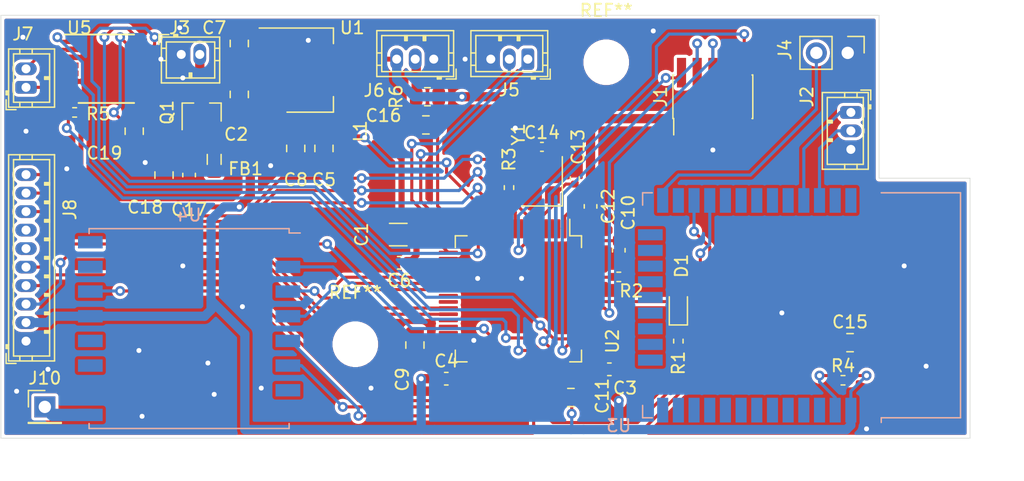
<source format=kicad_pcb>
(kicad_pcb (version 20171130) (host pcbnew "(5.1.9)-1")
  (layers (0 F.Cu signal) (31 B.Cu signal) (34 B.Paste user) (35 F.Paste user) (36 B.SilkS user) (37 F.SilkS user) (38 B.Mask user) (39 F.Mask user) (44 Edge.Cuts user))
  (net 0 "")
  (net 1 +12V)
  (net 2 +3.3VA)
  (net 3 "Net-(C9-Pad1)")
  (net 4 "Net-(C11-Pad1)")
  (net 5 HSE_IN)
  (net 6 "Net-(C14-Pad1)")
  (net 7 "Net-(C15-Pad1)")
  (net 8 POT_OUT)
  (net 9 DRV_VINT)
  (net 10 "Net-(D1-Pad1)")
  (net 11 STATUS_LED)
  (net 12 SWDIO)
  (net 13 SWCLK)
  (net 14 SWO)
  (net 15 "Net-(J1-Pad7)")
  (net 16 "Net-(J1-Pad8)")
  (net 17 NRST)
  (net 18 ESP_DBG_TX)
  (net 19 ESP_DBG_RX)
  (net 20 ESP_IO0)
  (net 21 DBG_TX)
  (net 22 DBG_RX)
  (net 23 POT_SIG)
  (net 24 MOTOR-)
  (net 25 MOTOR+)
  (net 26 OUT1)
  (net 27 OUT2)
  (net 28 OUT3)
  (net 29 LED-B)
  (net 30 LED-G)
  (net 31 LED-R)
  (net 32 "Net-(J10-Pad1)")
  (net 33 "Net-(R2-Pad1)")
  (net 34 HSE_OUT)
  (net 35 DRV_FAULT)
  (net 36 "Net-(U2-Pad2)")
  (net 37 "Net-(U2-Pad3)")
  (net 38 "Net-(U2-Pad4)")
  (net 39 "Net-(U2-Pad8)")
  (net 40 MOTOR_A)
  (net 41 "Net-(U2-Pad20)")
  (net 42 RFM_SCK)
  (net 43 RFM_MISO)
  (net 44 RFM_MOSI)
  (net 45 "Net-(U2-Pad24)")
  (net 46 "Net-(U2-Pad25)")
  (net 47 "Net-(U2-Pad28)")
  (net 48 "Net-(U2-Pad29)")
  (net 49 "Net-(U2-Pad30)")
  (net 50 "Net-(U2-Pad33)")
  (net 51 "Net-(U2-Pad34)")
  (net 52 "Net-(U2-Pad35)")
  (net 53 "Net-(U2-Pad36)")
  (net 54 "Net-(U2-Pad37)")
  (net 55 RFM_DIO0)
  (net 56 RFM_RST)
  (net 57 RFM_NSS)
  (net 58 ESP_AT_RX)
  (net 59 ESP_AT_TX)
  (net 60 DRV_SLEEP)
  (net 61 MOTOR_B)
  (net 62 "Net-(U2-Pad51)")
  (net 63 "Net-(U2-Pad52)")
  (net 64 "Net-(U2-Pad53)")
  (net 65 "Net-(U2-Pad54)")
  (net 66 "Net-(U2-Pad57)")
  (net 67 "Net-(U2-Pad58)")
  (net 68 "Net-(U2-Pad59)")
  (net 69 "Net-(U2-Pad61)")
  (net 70 "Net-(U2-Pad62)")
  (net 71 "Net-(U3-Pad4)")
  (net 72 "Net-(U3-Pad5)")
  (net 73 "Net-(U3-Pad6)")
  (net 74 "Net-(U3-Pad7)")
  (net 75 "Net-(U3-Pad8)")
  (net 76 "Net-(U3-Pad9)")
  (net 77 "Net-(U3-Pad10)")
  (net 78 "Net-(U3-Pad11)")
  (net 79 "Net-(U3-Pad12)")
  (net 80 "Net-(U3-Pad13)")
  (net 81 "Net-(U3-Pad14)")
  (net 82 "Net-(U3-Pad16)")
  (net 83 "Net-(U3-Pad17)")
  (net 84 "Net-(U3-Pad18)")
  (net 85 "Net-(U3-Pad19)")
  (net 86 "Net-(U3-Pad20)")
  (net 87 "Net-(U3-Pad21)")
  (net 88 "Net-(U3-Pad22)")
  (net 89 "Net-(U3-Pad23)")
  (net 90 "Net-(U3-Pad24)")
  (net 91 "Net-(U3-Pad26)")
  (net 92 "Net-(U3-Pad29)")
  (net 93 "Net-(U3-Pad30)")
  (net 94 "Net-(U3-Pad31)")
  (net 95 "Net-(U3-Pad32)")
  (net 96 "Net-(U3-Pad33)")
  (net 97 "Net-(U3-Pad36)")
  (net 98 "Net-(U3-Pad37)")
  (net 99 "Net-(U4-Pad7)")
  (net 100 "Net-(U4-Pad11)")
  (net 101 "Net-(U4-Pad12)")
  (net 102 "Net-(U4-Pad15)")
  (net 103 "Net-(U4-Pad16)")
  (net 104 "Net-(U5-Pad5)")
  (net 105 "Net-(U5-Pad7)")
  (net 106 "Net-(U5-Pad9)")
  (net 107 "Net-(U5-Pad10)")
  (net 108 +3V3)
  (net 109 GND)
  (net 110 "Net-(J8-Pad6)")
  (net 111 "Net-(J8-Pad7)")
  (net 112 "Net-(FB1-Pad2)")
  (net 113 +BATT)
  (module MountingHole:MountingHole_3.2mm_M3 (layer F.Cu) (at 168.402 77.47)
    (fp_text reference REF** (at 0 -4.2) (layer F.SilkS))
    (fp_text value MountingHole_3.2mm_M3)
    (pad 1 np_thru_hole circle (at 0 0) (size 3.2 3.2) (drill 3.2) (layers *.Cu *.Mask))
  )
  (module MountingHole:MountingHole_3.2mm_M3 (layer F.Cu) (at 188.722 54.61)
    (fp_text reference REF** (at 0 -4.2) (layer F.SilkS))
    (fp_text value MountingHole_3.2mm_M3)
    (pad 1 np_thru_hole circle (at 0 0) (size 3.2 3.2) (drill 3.2) (layers *.Cu *.Mask))
  )
  (module RF_Module:ESP32-WROOM-32 (layer B.Cu) (at 201.549 74.311 90)
    (fp_text reference U3 (at -9.763 -11.811) (layer B.SilkS) (effects (justify mirror)))
    (fp_text value ESP32-WROOM-32)
    (pad 39 smd rect (at -1 0.755 90) (size 5 5) (layers B.Cu B.Paste B.Mask) (net 109 GND))
    (pad 1 smd rect (at -8.5 8.255 90) (size 2 0.9) (layers B.Cu B.Paste B.Mask) (net 109 GND))
    (pad 2 smd rect (at -8.5 6.985 90) (size 2 0.9) (layers B.Cu B.Paste B.Mask) (net 108 +3V3))
    (pad 3 smd rect (at -8.5 5.715 90) (size 2 0.9) (layers B.Cu B.Paste B.Mask) (net 7 "Net-(C15-Pad1)"))
    (pad 4 smd rect (at -8.5 4.445 90) (size 2 0.9) (layers B.Cu B.Paste B.Mask) (net 71 "Net-(U3-Pad4)"))
    (pad 5 smd rect (at -8.5 3.175 90) (size 2 0.9) (layers B.Cu B.Paste B.Mask) (net 72 "Net-(U3-Pad5)"))
    (pad 6 smd rect (at -8.5 1.905 90) (size 2 0.9) (layers B.Cu B.Paste B.Mask) (net 73 "Net-(U3-Pad6)"))
    (pad 7 smd rect (at -8.5 0.635 90) (size 2 0.9) (layers B.Cu B.Paste B.Mask) (net 74 "Net-(U3-Pad7)"))
    (pad 8 smd rect (at -8.5 -0.635 90) (size 2 0.9) (layers B.Cu B.Paste B.Mask) (net 75 "Net-(U3-Pad8)"))
    (pad 9 smd rect (at -8.5 -1.905 90) (size 2 0.9) (layers B.Cu B.Paste B.Mask) (net 76 "Net-(U3-Pad9)"))
    (pad 10 smd rect (at -8.5 -3.175 90) (size 2 0.9) (layers B.Cu B.Paste B.Mask) (net 77 "Net-(U3-Pad10)"))
    (pad 11 smd rect (at -8.5 -4.445 90) (size 2 0.9) (layers B.Cu B.Paste B.Mask) (net 78 "Net-(U3-Pad11)"))
    (pad 12 smd rect (at -8.5 -5.715 90) (size 2 0.9) (layers B.Cu B.Paste B.Mask) (net 79 "Net-(U3-Pad12)"))
    (pad 13 smd rect (at -8.5 -6.985 90) (size 2 0.9) (layers B.Cu B.Paste B.Mask) (net 80 "Net-(U3-Pad13)"))
    (pad 14 smd rect (at -8.5 -8.255 90) (size 2 0.9) (layers B.Cu B.Paste B.Mask) (net 81 "Net-(U3-Pad14)"))
    (pad 15 smd rect (at -5.715 -9.255) (size 2 0.9) (layers B.Cu B.Paste B.Mask) (net 109 GND))
    (pad 16 smd rect (at -4.445 -9.255) (size 2 0.9) (layers B.Cu B.Paste B.Mask) (net 82 "Net-(U3-Pad16)"))
    (pad 17 smd rect (at -3.175 -9.255) (size 2 0.9) (layers B.Cu B.Paste B.Mask) (net 83 "Net-(U3-Pad17)"))
    (pad 18 smd rect (at -1.905 -9.255) (size 2 0.9) (layers B.Cu B.Paste B.Mask) (net 84 "Net-(U3-Pad18)"))
    (pad 19 smd rect (at -0.635 -9.255) (size 2 0.9) (layers B.Cu B.Paste B.Mask) (net 85 "Net-(U3-Pad19)"))
    (pad 20 smd rect (at 0.635 -9.255) (size 2 0.9) (layers B.Cu B.Paste B.Mask) (net 86 "Net-(U3-Pad20)"))
    (pad 21 smd rect (at 1.905 -9.255) (size 2 0.9) (layers B.Cu B.Paste B.Mask) (net 87 "Net-(U3-Pad21)"))
    (pad 22 smd rect (at 3.175 -9.255) (size 2 0.9) (layers B.Cu B.Paste B.Mask) (net 88 "Net-(U3-Pad22)"))
    (pad 23 smd rect (at 4.445 -9.255) (size 2 0.9) (layers B.Cu B.Paste B.Mask) (net 89 "Net-(U3-Pad23)"))
    (pad 24 smd rect (at 5.715 -9.255) (size 2 0.9) (layers B.Cu B.Paste B.Mask) (net 90 "Net-(U3-Pad24)"))
    (pad 25 smd rect (at 8.5 -8.255 90) (size 2 0.9) (layers B.Cu B.Paste B.Mask) (net 20 ESP_IO0))
    (pad 26 smd rect (at 8.5 -6.985 90) (size 2 0.9) (layers B.Cu B.Paste B.Mask) (net 91 "Net-(U3-Pad26)"))
    (pad 27 smd rect (at 8.5 -5.715 90) (size 2 0.9) (layers B.Cu B.Paste B.Mask) (net 58 ESP_AT_RX))
    (pad 28 smd rect (at 8.5 -4.445 90) (size 2 0.9) (layers B.Cu B.Paste B.Mask) (net 59 ESP_AT_TX))
    (pad 29 smd rect (at 8.5 -3.175 90) (size 2 0.9) (layers B.Cu B.Paste B.Mask) (net 92 "Net-(U3-Pad29)"))
    (pad 30 smd rect (at 8.5 -1.905 90) (size 2 0.9) (layers B.Cu B.Paste B.Mask) (net 93 "Net-(U3-Pad30)"))
    (pad 31 smd rect (at 8.5 -0.635 90) (size 2 0.9) (layers B.Cu B.Paste B.Mask) (net 94 "Net-(U3-Pad31)"))
    (pad 32 smd rect (at 8.5 0.635 90) (size 2 0.9) (layers B.Cu B.Paste B.Mask) (net 95 "Net-(U3-Pad32)"))
    (pad 33 smd rect (at 8.5 1.905 90) (size 2 0.9) (layers B.Cu B.Paste B.Mask) (net 96 "Net-(U3-Pad33)"))
    (pad 34 smd rect (at 8.5 3.175 90) (size 2 0.9) (layers B.Cu B.Paste B.Mask) (net 19 ESP_DBG_RX))
    (pad 35 smd rect (at 8.5 4.445 90) (size 2 0.9) (layers B.Cu B.Paste B.Mask) (net 18 ESP_DBG_TX))
    (pad 36 smd rect (at 8.5 5.715 90) (size 2 0.9) (layers B.Cu B.Paste B.Mask) (net 97 "Net-(U3-Pad36)"))
    (pad 37 smd rect (at 8.5 6.985 90) (size 2 0.9) (layers B.Cu B.Paste B.Mask) (net 98 "Net-(U3-Pad37)"))
    (pad 38 smd rect (at 8.5 8.255 90) (size 2 0.9) (layers B.Cu B.Paste B.Mask) (net 109 GND))
  )
  (module Package_TO_SOT_SMD:SOT-223-3_TabPin2 (layer F.Cu) (at 164.719 55.245)
    (fp_text reference U1 (at 3.429 -3.429) (layer F.SilkS))
    (fp_text value AMS1117-3.3)
    (pad 1 smd rect (at -3.15 -2.3) (size 2 1.5) (layers F.Cu F.Paste F.Mask) (net 109 GND))
    (pad 3 smd rect (at -3.15 2.3) (size 2 1.5) (layers F.Cu F.Paste F.Mask) (net 1 +12V))
    (pad 2 smd rect (at -3.15 0) (size 2 1.5) (layers F.Cu F.Paste F.Mask) (net 108 +3V3))
    (pad 2 smd rect (at 3.15 0) (size 2 3.8) (layers F.Cu F.Paste F.Mask) (net 108 +3V3))
  )
  (module Package_QFP:LQFP-64_10x10mm_P0.5mm (layer F.Cu) (at 181.61 73.787 270)
    (fp_text reference U2 (at 3.429 -7.62 90) (layer F.SilkS))
    (fp_text value STM32F405RGT6)
    (pad 1 smd roundrect (at -5.675 -3.75 270) (size 1.55 0.3) (layers F.Cu F.Paste F.Mask) (net 108 +3V3))
    (pad 2 smd roundrect (at -5.675 -3.25 270) (size 1.55 0.3) (layers F.Cu F.Paste F.Mask) (net 36 "Net-(U2-Pad2)"))
    (pad 3 smd roundrect (at -5.675 -2.75 270) (size 1.55 0.3) (layers F.Cu F.Paste F.Mask) (net 37 "Net-(U2-Pad3)"))
    (pad 4 smd roundrect (at -5.675 -2.25 270) (size 1.55 0.3) (layers F.Cu F.Paste F.Mask) (net 38 "Net-(U2-Pad4)"))
    (pad 5 smd roundrect (at -5.675 -1.75 270) (size 1.55 0.3) (layers F.Cu F.Paste F.Mask) (net 5 HSE_IN))
    (pad 6 smd roundrect (at -5.675 -1.25 270) (size 1.55 0.3) (layers F.Cu F.Paste F.Mask) (net 34 HSE_OUT))
    (pad 7 smd roundrect (at -5.675 -0.75 270) (size 1.55 0.3) (layers F.Cu F.Paste F.Mask) (net 17 NRST))
    (pad 8 smd roundrect (at -5.675 -0.25 270) (size 1.55 0.3) (layers F.Cu F.Paste F.Mask) (net 39 "Net-(U2-Pad8)"))
    (pad 9 smd roundrect (at -5.675 0.25 270) (size 1.55 0.3) (layers F.Cu F.Paste F.Mask) (net 26 OUT1))
    (pad 10 smd roundrect (at -5.675 0.75 270) (size 1.55 0.3) (layers F.Cu F.Paste F.Mask) (net 27 OUT2))
    (pad 11 smd roundrect (at -5.675 1.25 270) (size 1.55 0.3) (layers F.Cu F.Paste F.Mask) (net 28 OUT3))
    (pad 12 smd roundrect (at -5.675 1.75 270) (size 1.55 0.3) (layers F.Cu F.Paste F.Mask) (net 109 GND))
    (pad 13 smd roundrect (at -5.675 2.25 270) (size 1.55 0.3) (layers F.Cu F.Paste F.Mask) (net 2 +3.3VA))
    (pad 14 smd roundrect (at -5.675 2.75 270) (size 1.55 0.3) (layers F.Cu F.Paste F.Mask) (net 8 POT_OUT))
    (pad 15 smd roundrect (at -5.675 3.25 270) (size 1.55 0.3) (layers F.Cu F.Paste F.Mask) (net 40 MOTOR_A))
    (pad 16 smd roundrect (at -5.675 3.75 270) (size 1.55 0.3) (layers F.Cu F.Paste F.Mask) (net 21 DBG_TX))
    (pad 17 smd roundrect (at -3.75 5.675 270) (size 0.3 1.55) (layers F.Cu F.Paste F.Mask) (net 22 DBG_RX))
    (pad 18 smd roundrect (at -3.25 5.675 270) (size 0.3 1.55) (layers F.Cu F.Paste F.Mask) (net 109 GND))
    (pad 19 smd roundrect (at -2.75 5.675 270) (size 0.3 1.55) (layers F.Cu F.Paste F.Mask) (net 108 +3V3))
    (pad 20 smd roundrect (at -2.25 5.675 270) (size 0.3 1.55) (layers F.Cu F.Paste F.Mask) (net 41 "Net-(U2-Pad20)"))
    (pad 21 smd roundrect (at -1.75 5.675 270) (size 0.3 1.55) (layers F.Cu F.Paste F.Mask) (net 42 RFM_SCK))
    (pad 22 smd roundrect (at -1.25 5.675 270) (size 0.3 1.55) (layers F.Cu F.Paste F.Mask) (net 43 RFM_MISO))
    (pad 23 smd roundrect (at -0.75 5.675 270) (size 0.3 1.55) (layers F.Cu F.Paste F.Mask) (net 44 RFM_MOSI))
    (pad 24 smd roundrect (at -0.25 5.675 270) (size 0.3 1.55) (layers F.Cu F.Paste F.Mask) (net 45 "Net-(U2-Pad24)"))
    (pad 25 smd roundrect (at 0.25 5.675 270) (size 0.3 1.55) (layers F.Cu F.Paste F.Mask) (net 46 "Net-(U2-Pad25)"))
    (pad 26 smd roundrect (at 0.75 5.675 270) (size 0.3 1.55) (layers F.Cu F.Paste F.Mask) (net 31 LED-R))
    (pad 27 smd roundrect (at 1.25 5.675 270) (size 0.3 1.55) (layers F.Cu F.Paste F.Mask) (net 30 LED-G))
    (pad 28 smd roundrect (at 1.75 5.675 270) (size 0.3 1.55) (layers F.Cu F.Paste F.Mask) (net 47 "Net-(U2-Pad28)"))
    (pad 29 smd roundrect (at 2.25 5.675 270) (size 0.3 1.55) (layers F.Cu F.Paste F.Mask) (net 48 "Net-(U2-Pad29)"))
    (pad 30 smd roundrect (at 2.75 5.675 270) (size 0.3 1.55) (layers F.Cu F.Paste F.Mask) (net 49 "Net-(U2-Pad30)"))
    (pad 31 smd roundrect (at 3.25 5.675 270) (size 0.3 1.55) (layers F.Cu F.Paste F.Mask) (net 3 "Net-(C9-Pad1)"))
    (pad 32 smd roundrect (at 3.75 5.675 270) (size 0.3 1.55) (layers F.Cu F.Paste F.Mask) (net 108 +3V3))
    (pad 33 smd roundrect (at 5.675 3.75 270) (size 1.55 0.3) (layers F.Cu F.Paste F.Mask) (net 50 "Net-(U2-Pad33)"))
    (pad 34 smd roundrect (at 5.675 3.25 270) (size 1.55 0.3) (layers F.Cu F.Paste F.Mask) (net 51 "Net-(U2-Pad34)"))
    (pad 35 smd roundrect (at 5.675 2.75 270) (size 1.55 0.3) (layers F.Cu F.Paste F.Mask) (net 52 "Net-(U2-Pad35)"))
    (pad 36 smd roundrect (at 5.675 2.25 270) (size 1.55 0.3) (layers F.Cu F.Paste F.Mask) (net 53 "Net-(U2-Pad36)"))
    (pad 37 smd roundrect (at 5.675 1.75 270) (size 1.55 0.3) (layers F.Cu F.Paste F.Mask) (net 54 "Net-(U2-Pad37)"))
    (pad 38 smd roundrect (at 5.675 1.25 270) (size 1.55 0.3) (layers F.Cu F.Paste F.Mask) (net 29 LED-B))
    (pad 39 smd roundrect (at 5.675 0.75 270) (size 1.55 0.3) (layers F.Cu F.Paste F.Mask) (net 55 RFM_DIO0))
    (pad 40 smd roundrect (at 5.675 0.25 270) (size 1.55 0.3) (layers F.Cu F.Paste F.Mask) (net 56 RFM_RST))
    (pad 41 smd roundrect (at 5.675 -0.25 270) (size 1.55 0.3) (layers F.Cu F.Paste F.Mask) (net 57 RFM_NSS))
    (pad 42 smd roundrect (at 5.675 -0.75 270) (size 1.55 0.3) (layers F.Cu F.Paste F.Mask) (net 58 ESP_AT_RX))
    (pad 43 smd roundrect (at 5.675 -1.25 270) (size 1.55 0.3) (layers F.Cu F.Paste F.Mask) (net 59 ESP_AT_TX))
    (pad 44 smd roundrect (at 5.675 -1.75 270) (size 1.55 0.3) (layers F.Cu F.Paste F.Mask) (net 60 DRV_SLEEP))
    (pad 45 smd roundrect (at 5.675 -2.25 270) (size 1.55 0.3) (layers F.Cu F.Paste F.Mask) (net 35 DRV_FAULT))
    (pad 46 smd roundrect (at 5.675 -2.75 270) (size 1.55 0.3) (layers F.Cu F.Paste F.Mask) (net 12 SWDIO))
    (pad 47 smd roundrect (at 5.675 -3.25 270) (size 1.55 0.3) (layers F.Cu F.Paste F.Mask) (net 4 "Net-(C11-Pad1)"))
    (pad 48 smd roundrect (at 5.675 -3.75 270) (size 1.55 0.3) (layers F.Cu F.Paste F.Mask) (net 108 +3V3))
    (pad 49 smd roundrect (at 3.75 -5.675 270) (size 0.3 1.55) (layers F.Cu F.Paste F.Mask) (net 13 SWCLK))
    (pad 50 smd roundrect (at 3.25 -5.675 270) (size 0.3 1.55) (layers F.Cu F.Paste F.Mask) (net 61 MOTOR_B))
    (pad 51 smd roundrect (at 2.75 -5.675 270) (size 0.3 1.55) (layers F.Cu F.Paste F.Mask) (net 62 "Net-(U2-Pad51)"))
    (pad 52 smd roundrect (at 2.25 -5.675 270) (size 0.3 1.55) (layers F.Cu F.Paste F.Mask) (net 63 "Net-(U2-Pad52)"))
    (pad 53 smd roundrect (at 1.75 -5.675 270) (size 0.3 1.55) (layers F.Cu F.Paste F.Mask) (net 64 "Net-(U2-Pad53)"))
    (pad 54 smd roundrect (at 1.25 -5.675 270) (size 0.3 1.55) (layers F.Cu F.Paste F.Mask) (net 65 "Net-(U2-Pad54)"))
    (pad 55 smd roundrect (at 0.75 -5.675 270) (size 0.3 1.55) (layers F.Cu F.Paste F.Mask) (net 14 SWO))
    (pad 56 smd roundrect (at 0.25 -5.675 270) (size 0.3 1.55) (layers F.Cu F.Paste F.Mask) (net 11 STATUS_LED))
    (pad 57 smd roundrect (at -0.25 -5.675 270) (size 0.3 1.55) (layers F.Cu F.Paste F.Mask) (net 66 "Net-(U2-Pad57)"))
    (pad 58 smd roundrect (at -0.75 -5.675 270) (size 0.3 1.55) (layers F.Cu F.Paste F.Mask) (net 67 "Net-(U2-Pad58)"))
    (pad 59 smd roundrect (at -1.25 -5.675 270) (size 0.3 1.55) (layers F.Cu F.Paste F.Mask) (net 68 "Net-(U2-Pad59)"))
    (pad 60 smd roundrect (at -1.75 -5.675 270) (size 0.3 1.55) (layers F.Cu F.Paste F.Mask) (net 33 "Net-(R2-Pad1)"))
    (pad 61 smd roundrect (at -2.25 -5.675 270) (size 0.3 1.55) (layers F.Cu F.Paste F.Mask) (net 69 "Net-(U2-Pad61)"))
    (pad 62 smd roundrect (at -2.75 -5.675 270) (size 0.3 1.55) (layers F.Cu F.Paste F.Mask) (net 70 "Net-(U2-Pad62)"))
    (pad 63 smd roundrect (at -3.25 -5.675 270) (size 0.3 1.55) (layers F.Cu F.Paste F.Mask) (net 109 GND))
    (pad 64 smd roundrect (at -3.75 -5.675 270) (size 0.3 1.55) (layers F.Cu F.Paste F.Mask) (net 108 +3V3))
  )
  (module Capacitor_SMD:C_1206_3216Metric (layer F.Cu) (at 171.88 68.58 180)
    (fp_text reference C1 (at 2.97 0 90) (layer F.SilkS))
    (fp_text value 4u7)
    (pad 1 smd roundrect (at -1.475 0 180) (size 1.15 1.8) (layers F.Cu F.Paste F.Mask) (roundrect_rratio 0.2173904347826087) (net 108 +3V3))
    (pad 2 smd roundrect (at 1.475 0 180) (size 1.15 1.8) (layers F.Cu F.Paste F.Mask) (roundrect_rratio 0.2173904347826087) (net 109 GND))
  )
  (module Capacitor_SMD:C_0805_2012Metric (layer F.Cu) (at 159.004 57.216 90)
    (fp_text reference C2 (at -3.236 -0.254 180) (layer F.SilkS))
    (fp_text value 10u)
    (pad 2 smd roundrect (at 0.95 0 90) (size 1 1.45) (layers F.Cu F.Paste F.Mask) (net 109 GND))
    (pad 1 smd roundrect (at -0.95 0 90) (size 1 1.45) (layers F.Cu F.Paste F.Mask) (net 1 +12V))
  )
  (module Capacitor_SMD:C_0805_2012Metric (layer F.Cu) (at 165.862 61.595 270)
    (fp_text reference C5 (at 2.54 0 180) (layer F.SilkS))
    (fp_text value 1u)
    (pad 2 smd roundrect (at 0.95 0 270) (size 1 1.45) (layers F.Cu F.Paste F.Mask) (net 109 GND))
    (pad 1 smd roundrect (at -0.95 0 270) (size 1 1.45) (layers F.Cu F.Paste F.Mask) (net 2 +3.3VA))
  )
  (module Capacitor_SMD:C_0805_2012Metric (layer F.Cu) (at 159.004 53.086 90)
    (fp_text reference C7 (at 1.27 -2.032 180) (layer F.SilkS))
    (fp_text value 10u)
    (pad 2 smd roundrect (at 0.95 0 90) (size 1 1.45) (layers F.Cu F.Paste F.Mask) (net 109 GND))
    (pad 1 smd roundrect (at -0.95 0 90) (size 1 1.45) (layers F.Cu F.Paste F.Mask) (net 108 +3V3))
  )
  (module Capacitor_SMD:C_0805_2012Metric (layer F.Cu) (at 163.576 61.595 270)
    (fp_text reference C8 (at 2.54 0 180) (layer F.SilkS))
    (fp_text value 10n)
    (pad 1 smd roundrect (at -0.95 0 270) (size 1 1.45) (layers F.Cu F.Paste F.Mask) (net 2 +3.3VA))
    (pad 2 smd roundrect (at 0.95 0 270) (size 1 1.45) (layers F.Cu F.Paste F.Mask) (net 109 GND))
  )
  (module Capacitor_SMD:C_0805_2012Metric (layer F.Cu) (at 173.228 77.536 270)
    (fp_text reference C9 (at 2.794 1.016 90) (layer F.SilkS))
    (fp_text value 2u2)
    (pad 1 smd roundrect (at -0.95 0 270) (size 1 1.45) (layers F.Cu F.Paste F.Mask) (net 3 "Net-(C9-Pad1)"))
    (pad 2 smd roundrect (at 0.95 0 270) (size 1 1.45) (layers F.Cu F.Paste F.Mask) (net 109 GND))
  )
  (module Capacitor_SMD:C_0805_2012Metric (layer F.Cu) (at 185.862 81.788)
    (fp_text reference C11 (at 2.54 -0.127 90) (layer F.SilkS))
    (fp_text value 2u2)
    (pad 2 smd roundrect (at 0.95 0) (size 1 1.45) (layers F.Cu F.Paste F.Mask) (net 109 GND))
    (pad 1 smd roundrect (at -0.95 0) (size 1 1.45) (layers F.Cu F.Paste F.Mask) (net 4 "Net-(C11-Pad1)"))
  )
  (module Capacitor_SMD:C_0402_1005Metric (layer F.Cu) (at 186.182 64.008 90)
    (fp_text reference C13 (at 2.54 0.254 270) (layer F.SilkS))
    (fp_text value 12p)
    (pad 1 smd roundrect (at -0.48 0 90) (size 0.56 0.62) (layers F.Cu F.Paste F.Mask) (net 5 HSE_IN))
    (pad 2 smd roundrect (at 0.48 0 90) (size 0.56 0.62) (layers F.Cu F.Paste F.Mask) (net 109 GND))
  )
  (module Capacitor_SMD:C_0402_1005Metric (layer F.Cu) (at 183.515 61.468)
    (fp_text reference C14 (at 0 -1.16) (layer F.SilkS))
    (fp_text value 12p)
    (pad 2 smd roundrect (at 0.48 0) (size 0.56 0.62) (layers F.Cu F.Paste F.Mask) (net 109 GND))
    (pad 1 smd roundrect (at -0.48 0) (size 0.56 0.62) (layers F.Cu F.Paste F.Mask) (net 6 "Net-(C14-Pad1)"))
  )
  (module Capacitor_SMD:C_0805_2012Metric (layer F.Cu) (at 208.468 77.343)
    (fp_text reference C15 (at 0 -1.68) (layer F.SilkS))
    (fp_text value 1u)
    (pad 1 smd roundrect (at -0.95 0) (size 1 1.45) (layers F.Cu F.Paste F.Mask) (net 7 "Net-(C15-Pad1)"))
    (pad 2 smd roundrect (at 0.95 0) (size 1 1.45) (layers F.Cu F.Paste F.Mask) (net 109 GND))
  )
  (module Capacitor_SMD:C_0805_2012Metric (layer F.Cu) (at 174.117 59.69 180)
    (fp_text reference C16 (at 3.429 0.762) (layer F.SilkS))
    (fp_text value 10u)
    (pad 1 smd roundrect (at -0.95 0 180) (size 1 1.45) (layers F.Cu F.Paste F.Mask) (net 8 POT_OUT))
    (pad 2 smd roundrect (at 0.95 0 180) (size 1 1.45) (layers F.Cu F.Paste F.Mask) (net 109 GND))
  )
  (module Capacitor_SMD:C_0805_2012Metric (layer F.Cu) (at 152.908 63.754 270)
    (fp_text reference C18 (at 2.606 1.524) (layer F.SilkS))
    (fp_text value 10u)
    (pad 1 smd roundrect (at -0.95 0 270) (size 1 1.45) (layers F.Cu F.Paste F.Mask) (net 1 +12V))
    (pad 2 smd roundrect (at 0.95 0 270) (size 1 1.45) (layers F.Cu F.Paste F.Mask) (net 109 GND))
  )
  (module Capacitor_SMD:C_0805_2012Metric (layer F.Cu) (at 150.495 60.198 90)
    (fp_text reference C19 (at -1.778 -2.413 180) (layer F.SilkS))
    (fp_text value 2u2)
    (pad 2 smd roundrect (at 0.95 0 90) (size 1 1.45) (layers F.Cu F.Paste F.Mask) (net 9 DRV_VINT))
    (pad 1 smd roundrect (at -0.95 0 90) (size 1 1.45) (layers F.Cu F.Paste F.Mask) (net 109 GND))
  )
  (module LED_SMD:LED_0603_1608Metric (layer F.Cu) (at 194.564 74.422 90)
    (fp_text reference D1 (at 3.302 0.254 90) (layer F.SilkS))
    (fp_text value LED)
    (pad 1 smd roundrect (at -0.7875 0 90) (size 0.875 0.95) (layers F.Cu F.Paste F.Mask) (net 10 "Net-(D1-Pad1)"))
    (pad 2 smd roundrect (at 0.7875 0 90) (size 0.875 0.95) (layers F.Cu F.Paste F.Mask) (net 11 STATUS_LED))
  )
  (module Connector_PinHeader_2.54mm:PinHeader_1x02_P2.54mm_Vertical (layer F.Cu) (at 208.28 53.848 270)
    (fp_text reference J4 (at -0.254 5.08 90) (layer F.SilkS))
    (fp_text value ESP_BOOTMODE)
    (pad 1 thru_hole rect (at 0 0 270) (size 1.7 1.7) (drill 1) (layers *.Cu *.Mask) (net 109 GND))
    (pad 2 thru_hole oval (at 0 2.54 270) (size 1.7 1.7) (drill 1) (layers *.Cu *.Mask) (net 20 ESP_IO0))
  )
  (module Connector_PinHeader_2.54mm:PinHeader_1x01_P2.54mm_Vertical (layer F.Cu) (at 143.256 82.55)
    (fp_text reference J10 (at 0 -2.33) (layer F.SilkS))
    (fp_text value ANT)
    (pad 1 thru_hole rect (at 0 0) (size 1.7 1.7) (drill 1) (layers *.Cu *.Mask) (net 32 "Net-(J10-Pad1)"))
  )
  (module Resistor_SMD:R_0402_1005Metric (layer F.Cu) (at 194.564 77.216 90)
    (fp_text reference R1 (at -1.778 0 90) (layer F.SilkS))
    (fp_text value 1k5)
    (pad 1 smd roundrect (at -0.51 0 90) (size 0.54 0.64) (layers F.Cu F.Paste F.Mask) (net 109 GND))
    (pad 2 smd roundrect (at 0.51 0 90) (size 0.54 0.64) (layers F.Cu F.Paste F.Mask) (net 10 "Net-(D1-Pad1)"))
  )
  (module Resistor_SMD:R_0402_1005Metric (layer F.Cu) (at 207.899 80.391)
    (fp_text reference R4 (at 0 -1.17) (layer F.SilkS))
    (fp_text value 10K)
    (pad 2 smd roundrect (at 0.51 0) (size 0.54 0.64) (layers F.Cu F.Paste F.Mask) (net 108 +3V3))
    (pad 1 smd roundrect (at -0.51 0) (size 0.54 0.64) (layers F.Cu F.Paste F.Mask) (net 7 "Net-(C15-Pad1)"))
  )
  (module Resistor_SMD:R_0402_1005Metric (layer F.Cu) (at 145.669 58.674)
    (fp_text reference R5 (at 1.905 0.127) (layer F.SilkS))
    (fp_text value 10K)
    (pad 1 smd roundrect (at -0.51 0) (size 0.54 0.64) (layers F.Cu F.Paste F.Mask) (net 35 DRV_FAULT))
    (pad 2 smd roundrect (at 0.51 0) (size 0.54 0.64) (layers F.Cu F.Paste F.Mask) (net 108 +3V3))
  )
  (module Resistor_SMD:R_0805_2012Metric (layer F.Cu) (at 174.244 57.404 180)
    (fp_text reference R6 (at 2.54 0 270) (layer F.SilkS))
    (fp_text value 150)
    (pad 1 smd roundrect (at -0.9125 0 180) (size 1.025 1.4) (layers F.Cu F.Paste F.Mask) (roundrect_rratio 0.2439004878048781) (net 8 POT_OUT))
    (pad 2 smd roundrect (at 0.9125 0 180) (size 1.025 1.4) (layers F.Cu F.Paste F.Mask) (roundrect_rratio 0.2439004878048781) (net 23 POT_SIG))
  )
  (module RF_Module:HOPERF_RFM9XW_SMD (layer B.Cu) (at 154.94 76.2 180)
    (fp_text reference U4 (at 0 9.2) (layer B.SilkS) (effects (justify mirror)))
    (fp_text value RFM95W-868S2)
    (pad 1 smd rect (at -8 7 180) (size 2 1) (layers B.Cu B.Paste B.Mask) (net 109 GND))
    (pad 2 smd rect (at -8 5 180) (size 2 1) (layers B.Cu B.Paste B.Mask) (net 43 RFM_MISO))
    (pad 3 smd rect (at -8 3 180) (size 2 1) (layers B.Cu B.Paste B.Mask) (net 44 RFM_MOSI))
    (pad 4 smd rect (at -8 1 180) (size 2 1) (layers B.Cu B.Paste B.Mask) (net 42 RFM_SCK))
    (pad 5 smd rect (at -8 -1 180) (size 2 1) (layers B.Cu B.Paste B.Mask) (net 57 RFM_NSS))
    (pad 6 smd rect (at -8 -3 180) (size 2 1) (layers B.Cu B.Paste B.Mask) (net 56 RFM_RST))
    (pad 7 smd rect (at -8 -5 180) (size 2 1) (layers B.Cu B.Paste B.Mask) (net 99 "Net-(U4-Pad7)"))
    (pad 8 smd rect (at -8 -7 180) (size 2 1) (layers B.Cu B.Paste B.Mask) (net 109 GND))
    (pad 9 smd rect (at 8 -7 180) (size 2 1) (layers B.Cu B.Paste B.Mask) (net 32 "Net-(J10-Pad1)"))
    (pad 10 smd rect (at 8 -5 180) (size 2 1) (layers B.Cu B.Paste B.Mask) (net 109 GND))
    (pad 11 smd rect (at 8 -3 180) (size 2 1) (layers B.Cu B.Paste B.Mask) (net 100 "Net-(U4-Pad11)"))
    (pad 12 smd rect (at 8 -1 180) (size 2 1) (layers B.Cu B.Paste B.Mask) (net 101 "Net-(U4-Pad12)"))
    (pad 13 smd rect (at 8 1 180) (size 2 1) (layers B.Cu B.Paste B.Mask) (net 108 +3V3))
    (pad 14 smd rect (at 8 3 180) (size 2 1) (layers B.Cu B.Paste B.Mask) (net 55 RFM_DIO0))
    (pad 15 smd rect (at 8 5 180) (size 2 1) (layers B.Cu B.Paste B.Mask) (net 102 "Net-(U4-Pad15)"))
    (pad 16 smd rect (at 8 7 180) (size 2 1) (layers B.Cu B.Paste B.Mask) (net 103 "Net-(U4-Pad16)"))
  )
  (module Package_SO:TSSOP-16-1EP_4.4x5mm_P0.65mm (layer F.Cu) (at 148.236 55.1845)
    (fp_text reference U5 (at -2.186 -3.3685) (layer F.SilkS))
    (fp_text value DRV8848)
    (pad 1 smd rect (at -2.775 -2.275) (size 1.05 0.45) (layers F.Cu F.Paste F.Mask) (net 60 DRV_SLEEP))
    (pad 2 smd rect (at -2.775 -1.625) (size 1.05 0.45) (layers F.Cu F.Paste F.Mask) (net 25 MOTOR+))
    (pad 3 smd rect (at -2.775 -0.975) (size 1.05 0.45) (layers F.Cu F.Paste F.Mask) (net 109 GND))
    (pad 4 smd rect (at -2.775 -0.325) (size 1.05 0.45) (layers F.Cu F.Paste F.Mask) (net 24 MOTOR-))
    (pad 5 smd rect (at -2.775 0.325) (size 1.05 0.45) (layers F.Cu F.Paste F.Mask) (net 104 "Net-(U5-Pad5)"))
    (pad 6 smd rect (at -2.775 0.975) (size 1.05 0.45) (layers F.Cu F.Paste F.Mask) (net 109 GND))
    (pad 7 smd rect (at -2.775 1.625) (size 1.05 0.45) (layers F.Cu F.Paste F.Mask) (net 105 "Net-(U5-Pad7)"))
    (pad 8 smd rect (at -2.775 2.275) (size 1.05 0.45) (layers F.Cu F.Paste F.Mask) (net 35 DRV_FAULT))
    (pad 9 smd rect (at 2.775 2.275) (size 1.05 0.45) (layers F.Cu F.Paste F.Mask) (net 106 "Net-(U5-Pad9)"))
    (pad 10 smd rect (at 2.775 1.625) (size 1.05 0.45) (layers F.Cu F.Paste F.Mask) (net 107 "Net-(U5-Pad10)"))
    (pad 11 smd rect (at 2.775 0.975) (size 1.05 0.45) (layers F.Cu F.Paste F.Mask) (net 9 DRV_VINT))
    (pad 12 smd rect (at 2.775 0.325) (size 1.05 0.45) (layers F.Cu F.Paste F.Mask) (net 1 +12V))
    (pad 13 smd rect (at 2.775 -0.325) (size 1.05 0.45) (layers F.Cu F.Paste F.Mask) (net 109 GND))
    (pad 14 smd rect (at 2.775 -0.975) (size 1.05 0.45) (layers F.Cu F.Paste F.Mask) (net 9 DRV_VINT))
    (pad 15 smd rect (at 2.775 -1.625) (size 1.05 0.45) (layers F.Cu F.Paste F.Mask) (net 61 MOTOR_B))
    (pad 16 smd rect (at 2.775 -2.275) (size 1.05 0.45) (layers F.Cu F.Paste F.Mask) (net 40 MOTOR_A))
    (pad 17 smd rect (at 0.735 1.3425) (size 1.47 0.895) (layers F.Cu F.Paste F.Mask) (net 109 GND))
    (pad 17 smd rect (at 0.735 0.4475) (size 1.47 0.895) (layers F.Cu F.Paste F.Mask) (net 109 GND))
    (pad 17 smd rect (at 0.735 -0.4475) (size 1.47 0.895) (layers F.Cu F.Paste F.Mask) (net 109 GND))
    (pad 17 smd rect (at 0.735 -1.3425) (size 1.47 0.895) (layers F.Cu F.Paste F.Mask) (net 109 GND))
    (pad 17 smd rect (at -0.735 1.3425) (size 1.47 0.895) (layers F.Cu F.Paste F.Mask) (net 109 GND))
    (pad 17 smd rect (at -0.735 0.4475) (size 1.47 0.895) (layers F.Cu F.Paste F.Mask) (net 109 GND))
    (pad 17 smd rect (at -0.735 -0.4475) (size 1.47 0.895) (layers F.Cu F.Paste F.Mask) (net 109 GND))
    (pad 17 smd rect (at -0.735 -1.3425) (size 1.47 0.895) (layers F.Cu F.Paste F.Mask) (net 109 GND))
  )
  (module Crystal:Crystal_SMD_3225-4Pin_3.2x2.5mm (layer F.Cu) (at 183.515 64.262 90)
    (fp_text reference Y1 (at 3.81 -1.905 90) (layer F.SilkS))
    (fp_text value 16MHz)
    (pad 1 smd rect (at -1.1 0.85 90) (size 1.4 1.2) (layers F.Cu F.Paste F.Mask) (net 5 HSE_IN))
    (pad 2 smd rect (at 1.1 0.85 90) (size 1.4 1.2) (layers F.Cu F.Paste F.Mask) (net 109 GND))
    (pad 3 smd rect (at 1.1 -0.85 90) (size 1.4 1.2) (layers F.Cu F.Paste F.Mask) (net 6 "Net-(C14-Pad1)"))
    (pad 4 smd rect (at -1.1 -0.85 90) (size 1.4 1.2) (layers F.Cu F.Paste F.Mask) (net 109 GND))
  )
  (module Capacitor_SMD:C_0603_1608Metric (layer F.Cu) (at 188.976 79.502)
    (fp_text reference C3 (at 1.27 1.524) (layer F.SilkS))
    (fp_text value 100n)
    (pad 1 smd roundrect (at -0.775 0) (size 0.9 0.95) (layers F.Cu F.Paste F.Mask) (net 108 +3V3))
    (pad 2 smd roundrect (at 0.775 0) (size 0.9 0.95) (layers F.Cu F.Paste F.Mask) (net 109 GND))
  )
  (module Capacitor_SMD:C_0603_1608Metric (layer F.Cu) (at 175.768 80.264)
    (fp_text reference C4 (at 0 -1.43) (layer F.SilkS))
    (fp_text value 100n)
    (pad 2 smd roundrect (at 0.775 0) (size 0.9 0.95) (layers F.Cu F.Paste F.Mask) (net 109 GND))
    (pad 1 smd roundrect (at -0.775 0) (size 0.9 0.95) (layers F.Cu F.Paste F.Mask) (net 108 +3V3))
  )
  (module Capacitor_SMD:C_0603_1608Metric (layer F.Cu) (at 171.958 70.866 180)
    (fp_text reference C6 (at 0 -1.43) (layer F.SilkS))
    (fp_text value 100n)
    (pad 1 smd roundrect (at -0.775 0 180) (size 0.9 0.95) (layers F.Cu F.Paste F.Mask) (net 108 +3V3))
    (pad 2 smd roundrect (at 0.775 0 180) (size 0.9 0.95) (layers F.Cu F.Paste F.Mask) (net 109 GND))
  )
  (module Capacitor_SMD:C_0603_1608Metric (layer F.Cu) (at 189.738 69.85 270)
    (fp_text reference C10 (at -3.048 -0.762 90) (layer F.SilkS))
    (fp_text value 100n)
    (pad 2 smd roundrect (at 0.775 0 270) (size 0.9 0.95) (layers F.Cu F.Paste F.Mask) (net 109 GND))
    (pad 1 smd roundrect (at -0.775 0 270) (size 0.9 0.95) (layers F.Cu F.Paste F.Mask) (net 108 +3V3))
  )
  (module Capacitor_SMD:C_0603_1608Metric (layer F.Cu) (at 187.452 66.294 270)
    (fp_text reference C12 (at 0 -1.43 90) (layer F.SilkS))
    (fp_text value 100n)
    (pad 1 smd roundrect (at -0.775 0 270) (size 0.9 0.95) (layers F.Cu F.Paste F.Mask) (net 108 +3V3))
    (pad 2 smd roundrect (at 0.775 0 270) (size 0.9 0.95) (layers F.Cu F.Paste F.Mask) (net 109 GND))
  )
  (module Capacitor_SMD:C_0603_1608Metric (layer F.Cu) (at 154.94 63.754 270)
    (fp_text reference C17 (at 2.794 0 180) (layer F.SilkS))
    (fp_text value 100n)
    (pad 2 smd roundrect (at 0.775 0 270) (size 0.9 0.95) (layers F.Cu F.Paste F.Mask) (net 109 GND))
    (pad 1 smd roundrect (at -0.775 0 270) (size 0.9 0.95) (layers F.Cu F.Paste F.Mask) (net 1 +12V))
  )
  (module Resistor_SMD:R_0402_1005Metric (layer F.Cu) (at 189.738 72.009)
    (fp_text reference R2 (at 1.016 1.143) (layer F.SilkS))
    (fp_text value 10K)
    (pad 2 smd roundrect (at 0.51 0) (size 0.54 0.64) (layers F.Cu F.Paste F.Mask) (net 109 GND))
    (pad 1 smd roundrect (at -0.51 0) (size 0.54 0.64) (layers F.Cu F.Paste F.Mask) (net 33 "Net-(R2-Pad1)"))
  )
  (module Resistor_SMD:R_0402_1005Metric (layer F.Cu) (at 180.848 64.77 90)
    (fp_text reference R3 (at 2.286 0 90) (layer F.SilkS))
    (fp_text value 47)
    (pad 1 smd roundrect (at -0.51 0 90) (size 0.54 0.64) (layers F.Cu F.Paste F.Mask) (net 34 HSE_OUT))
    (pad 2 smd roundrect (at 0.51 0 90) (size 0.54 0.64) (layers F.Cu F.Paste F.Mask) (net 6 "Net-(C14-Pad1)"))
  )
  (module Inductor_SMD:L_0402_1005Metric (layer F.Cu) (at 167.64 60.198 270)
    (fp_text reference L1 (at 0 -1.17 90) (layer F.SilkS))
    (fp_text value 39n)
    (pad 1 smd roundrect (at -0.485 0 270) (size 0.59 0.64) (layers F.Cu F.Paste F.Mask) (net 108 +3V3))
    (pad 2 smd roundrect (at 0.485 0 270) (size 0.59 0.64) (layers F.Cu F.Paste F.Mask) (net 2 +3.3VA))
  )
  (module Connector_PinHeader_1.27mm:PinHeader_2x05_P1.27mm_Vertical_SMD (layer F.Cu) (at 197.358 57.404 90)
    (fp_text reference J1 (at 0 -4.235 90) (layer F.SilkS))
    (fp_text value SWD)
    (pad 1 smd rect (at -1.95 -2.54 90) (size 2.4 0.74) (layers F.Cu F.Paste F.Mask) (net 108 +3V3))
    (pad 2 smd rect (at 1.95 -2.54 90) (size 2.4 0.74) (layers F.Cu F.Paste F.Mask) (net 12 SWDIO))
    (pad 3 smd rect (at -1.95 -1.27 90) (size 2.4 0.74) (layers F.Cu F.Paste F.Mask) (net 109 GND))
    (pad 4 smd rect (at 1.95 -1.27 90) (size 2.4 0.74) (layers F.Cu F.Paste F.Mask) (net 13 SWCLK))
    (pad 5 smd rect (at -1.95 0 90) (size 2.4 0.74) (layers F.Cu F.Paste F.Mask) (net 109 GND))
    (pad 6 smd rect (at 1.95 0 90) (size 2.4 0.74) (layers F.Cu F.Paste F.Mask) (net 14 SWO))
    (pad 7 smd rect (at -1.95 1.27 90) (size 2.4 0.74) (layers F.Cu F.Paste F.Mask) (net 15 "Net-(J1-Pad7)"))
    (pad 8 smd rect (at 1.95 1.27 90) (size 2.4 0.74) (layers F.Cu F.Paste F.Mask) (net 16 "Net-(J1-Pad8)"))
    (pad 9 smd rect (at -1.95 2.54 90) (size 2.4 0.74) (layers F.Cu F.Paste F.Mask) (net 109 GND))
    (pad 10 smd rect (at 1.95 2.54 90) (size 2.4 0.74) (layers F.Cu F.Paste F.Mask) (net 17 NRST))
  )
  (module Connector_JST:JST_ZH_B3B-ZR_1x03_P1.50mm_Vertical (layer F.Cu) (at 208.534 58.674 270)
    (fp_text reference J2 (at -1.27 3.556 90) (layer F.SilkS))
    (fp_text value ESP_DBG)
    (pad 3 thru_hole oval (at 3 0 270) (size 1.03 1.73) (drill 0.73) (layers *.Cu *.Mask) (net 109 GND))
    (pad 2 thru_hole oval (at 1.5 0 270) (size 1.03 1.73) (drill 0.73) (layers *.Cu *.Mask) (net 18 ESP_DBG_TX))
    (pad 1 thru_hole roundrect (at 0 0 270) (size 1.03 1.73) (drill 0.73) (layers *.Cu *.Mask) (roundrect_rratio 0.2427174757281553) (net 19 ESP_DBG_RX))
  )
  (module Connector_JST:JST_ZH_B2B-ZR_1x02_P1.50mm_Vertical (layer F.Cu) (at 154.305 53.975)
    (fp_text reference J3 (at -0.127 -2.159) (layer F.SilkS))
    (fp_text value PWR)
    (pad 2 thru_hole oval (at 1.5 0) (size 1.03 1.73) (drill 0.73) (layers *.Cu *.Mask) (net 113 +BATT))
    (pad 1 thru_hole roundrect (at 0 0) (size 1.03 1.73) (drill 0.73) (layers *.Cu *.Mask) (roundrect_rratio 0.2427174757281553) (net 109 GND))
  )
  (module Connector_JST:JST_ZH_B3B-ZR_1x03_P1.50mm_Vertical (layer F.Cu) (at 182.372 54.356 180)
    (fp_text reference J5 (at 1.5 -2.5) (layer F.SilkS))
    (fp_text value DBG_PORT)
    (pad 1 thru_hole roundrect (at 0 0 180) (size 1.03 1.73) (drill 0.73) (layers *.Cu *.Mask) (roundrect_rratio 0.2427174757281553) (net 21 DBG_TX))
    (pad 2 thru_hole oval (at 1.5 0 180) (size 1.03 1.73) (drill 0.73) (layers *.Cu *.Mask) (net 22 DBG_RX))
    (pad 3 thru_hole oval (at 3 0 180) (size 1.03 1.73) (drill 0.73) (layers *.Cu *.Mask) (net 109 GND))
  )
  (module Connector_JST:JST_ZH_B3B-ZR_1x03_P1.50mm_Vertical (layer F.Cu) (at 174.752 54.356 180)
    (fp_text reference J6 (at 4.826 -2.54) (layer F.SilkS))
    (fp_text value POT)
    (pad 1 thru_hole roundrect (at 0 0 180) (size 1.03 1.73) (drill 0.73) (layers *.Cu *.Mask) (roundrect_rratio 0.2427174757281553) (net 109 GND))
    (pad 2 thru_hole oval (at 1.5 0 180) (size 1.03 1.73) (drill 0.73) (layers *.Cu *.Mask) (net 23 POT_SIG))
    (pad 3 thru_hole oval (at 3 0 180) (size 1.03 1.73) (drill 0.73) (layers *.Cu *.Mask) (net 108 +3V3))
  )
  (module Connector_JST:JST_ZH_B2B-ZR_1x02_P1.50mm_Vertical (layer F.Cu) (at 141.732 56.642 90)
    (fp_text reference J7 (at 4.318 -0.254 180) (layer F.SilkS))
    (fp_text value MOTOR)
    (pad 1 thru_hole roundrect (at 0 0 90) (size 1.03 1.73) (drill 0.73) (layers *.Cu *.Mask) (roundrect_rratio 0.2427174757281553) (net 24 MOTOR-))
    (pad 2 thru_hole oval (at 1.5 0 90) (size 1.03 1.73) (drill 0.73) (layers *.Cu *.Mask) (net 25 MOTOR+))
  )
  (module Connector_JST:JST_ZH_B10B-ZR_1x10_P1.50mm_Vertical (layer F.Cu) (at 141.732 77.216 90)
    (fp_text reference J8 (at 10.668 3.556 90) (layer F.SilkS))
    (fp_text value Conn_01x10_Male)
    (pad 1 thru_hole roundrect (at 0 0 90) (size 1.03 1.73) (drill 0.73) (layers *.Cu *.Mask) (roundrect_rratio 0.2427174757281553) (net 109 GND))
    (pad 2 thru_hole oval (at 1.5 0 90) (size 1.03 1.73) (drill 0.73) (layers *.Cu *.Mask) (net 108 +3V3))
    (pad 3 thru_hole oval (at 3 0 90) (size 1.03 1.73) (drill 0.73) (layers *.Cu *.Mask) (net 31 LED-R))
    (pad 4 thru_hole oval (at 4.5 0 90) (size 1.03 1.73) (drill 0.73) (layers *.Cu *.Mask) (net 30 LED-G))
    (pad 5 thru_hole oval (at 6 0 90) (size 1.03 1.73) (drill 0.73) (layers *.Cu *.Mask) (net 29 LED-B))
    (pad 6 thru_hole oval (at 7.5 0 90) (size 1.03 1.73) (drill 0.73) (layers *.Cu *.Mask) (net 110 "Net-(J8-Pad6)"))
    (pad 7 thru_hole oval (at 9 0 90) (size 1.03 1.73) (drill 0.73) (layers *.Cu *.Mask) (net 111 "Net-(J8-Pad7)"))
    (pad 8 thru_hole oval (at 10.5 0 90) (size 1.03 1.73) (drill 0.73) (layers *.Cu *.Mask) (net 28 OUT3))
    (pad 9 thru_hole oval (at 12 0 90) (size 1.03 1.73) (drill 0.73) (layers *.Cu *.Mask) (net 27 OUT2))
    (pad 10 thru_hole oval (at 13.5 0 90) (size 1.03 1.73) (drill 0.73) (layers *.Cu *.Mask) (net 26 OUT1))
  )
  (module Inductor_SMD:L_0805_2012Metric (layer F.Cu) (at 156.972 62.484 90)
    (fp_text reference FB1 (at -0.762 2.54 180) (layer F.SilkS))
    (fp_text value GZ2012D101TF)
    (pad 1 smd roundrect (at -1.0625 0 90) (size 0.875 1.2) (layers F.Cu F.Paste F.Mask) (net 1 +12V))
    (pad 2 smd roundrect (at 1.0625 0 90) (size 0.875 1.2) (layers F.Cu F.Paste F.Mask) (net 112 "Net-(FB1-Pad2)"))
  )
  (module Package_TO_SOT_SMD:SOT-23 (layer F.Cu) (at 155.956 58.674 90)
    (fp_text reference Q1 (at 0 -2.794 90) (layer F.SilkS))
    (fp_text value Si2319CDS)
    (pad 1 smd rect (at -1 -0.95 90) (size 0.9 0.8) (layers F.Cu F.Paste F.Mask) (net 109 GND))
    (pad 2 smd rect (at -1 0.95 90) (size 0.9 0.8) (layers F.Cu F.Paste F.Mask) (net 112 "Net-(FB1-Pad2)"))
    (pad 3 smd rect (at 1 0 90) (size 0.9 0.8) (layers F.Cu F.Paste F.Mask) (net 113 +BATT))
  )
  (gr_line (start 139.7 85.09) (end 139.7 50.8) (layer Edge.Cuts) (width 0.05))
  (gr_line (start 218.186 85.09) (end 139.7 85.09) (layer Edge.Cuts) (width 0.05))
  (gr_line (start 218.186 64.008) (end 218.186 85.09) (layer Edge.Cuts) (width 0.05))
  (gr_line (start 210.82 64.008) (end 218.186 64.008) (layer Edge.Cuts) (width 0.05))
  (gr_line (start 210.82 50.8) (end 210.82 64.008) (layer Edge.Cuts) (width 0.05))
  (gr_line (start 139.7 50.8) (end 210.82 50.8) (layer Edge.Cuts) (width 0.05))
  (segment (start 161.113 57.089) (end 161.569 57.545) (width 0.4) (layer F.Cu) (net 1))
  (segment (start 153.083 62.979) (end 152.908 62.804) (width 0.75) (layer F.Cu) (net 1))
  (segment (start 154.94 62.979) (end 153.083 62.979) (width 0.75) (layer F.Cu) (net 1))
  (segment (start 152.908 62.804) (end 152.908 55.88) (width 0.75) (layer F.Cu) (net 1))
  (segment (start 151.011 55.5095) (end 152.7705 55.5095) (width 0.4) (layer F.Cu) (net 1))
  (segment (start 152.908 55.647) (end 152.908 55.88) (width 0.4) (layer F.Cu) (net 1))
  (segment (start 152.7705 55.5095) (end 152.908 55.647) (width 0.4) (layer F.Cu) (net 1))
  (segment (start 158.94299 58.22701) (end 159.004 58.166) (width 0.75) (layer F.Cu) (net 1))
  (segment (start 158.94299 61.78301) (end 158.94299 58.22701) (width 0.75) (layer F.Cu) (net 1))
  (segment (start 157.747 62.979) (end 158.94299 61.78301) (width 0.75) (layer F.Cu) (net 1))
  (segment (start 161.569 57.545) (end 161.569 57.633) (width 0.75) (layer F.Cu) (net 1))
  (segment (start 161.036 58.166) (end 159.004 58.166) (width 0.75) (layer F.Cu) (net 1))
  (segment (start 161.569 57.633) (end 161.036 58.166) (width 0.75) (layer F.Cu) (net 1))
  (segment (start 156.972 62.992) (end 156.985 62.979) (width 0.75) (layer F.Cu) (net 1))
  (segment (start 156.972 63.5465) (end 156.972 62.992) (width 0.75) (layer F.Cu) (net 1))
  (segment (start 156.985 62.979) (end 157.747 62.979) (width 0.75) (layer F.Cu) (net 1))
  (segment (start 154.94 62.979) (end 156.985 62.979) (width 0.75) (layer F.Cu) (net 1))
  (segment (start 165.862 60.645) (end 165.92301 60.70601) (width 0.25) (layer F.Cu) (net 2))
  (segment (start 163.576 60.645) (end 165.862 60.645) (width 0.25) (layer F.Cu) (net 2))
  (via (at 169.16399 60.70601) (size 0.8) (drill 0.4) (layers F.Cu B.Cu) (net 2))
  (segment (start 167.66301 60.70601) (end 167.64 60.683) (width 0.5) (layer F.Cu) (net 2))
  (segment (start 169.16399 60.70601) (end 167.66301 60.70601) (width 0.5) (layer F.Cu) (net 2))
  (segment (start 167.602 60.645) (end 167.64 60.683) (width 0.5) (layer F.Cu) (net 2))
  (segment (start 165.862 60.645) (end 167.602 60.645) (width 0.5) (layer F.Cu) (net 2))
  (via (at 175.792 62.738) (size 0.8) (drill 0.4) (layers F.Cu B.Cu) (net 2))
  (segment (start 175.792 63.566888) (end 175.792 62.738) (width 0.25) (layer F.Cu) (net 2))
  (segment (start 179.36 67.134888) (end 175.792 63.566888) (width 0.25) (layer F.Cu) (net 2))
  (segment (start 179.36 68.112) (end 179.36 67.134888) (width 0.25) (layer F.Cu) (net 2))
  (segment (start 171.229032 62.771052) (end 169.16399 60.70601) (width 0.25) (layer B.Cu) (net 2))
  (segment (start 175.758948 62.771052) (end 171.229032 62.771052) (width 0.25) (layer B.Cu) (net 2))
  (segment (start 175.792 62.738) (end 175.758948 62.771052) (width 0.25) (layer B.Cu) (net 2))
  (segment (start 173.679 77.037) (end 175.935 77.037) (width 0.25) (layer F.Cu) (net 3))
  (segment (start 173.228 76.586) (end 173.679 77.037) (width 0.25) (layer F.Cu) (net 3))
  (segment (start 184.86 81.736) (end 184.912 81.788) (width 0.25) (layer F.Cu) (net 4))
  (segment (start 184.86 79.462) (end 184.86 81.736) (width 0.25) (layer F.Cu) (net 4))
  (segment (start 184.365 66.266298) (end 184.365 65.362) (width 0.25) (layer F.Cu) (net 5))
  (segment (start 183.36 67.271298) (end 184.365 66.266298) (width 0.25) (layer F.Cu) (net 5))
  (segment (start 183.36 68.112) (end 183.36 67.271298) (width 0.25) (layer F.Cu) (net 5))
  (segment (start 184.731 64.996) (end 184.365 65.362) (width 0.4) (layer F.Cu) (net 5))
  (segment (start 184.365 65.362) (end 184.574 65.362) (width 0.25) (layer F.Cu) (net 5))
  (segment (start 185.448 64.488) (end 186.182 64.488) (width 0.25) (layer F.Cu) (net 5))
  (segment (start 184.574 65.362) (end 185.448 64.488) (width 0.25) (layer F.Cu) (net 5))
  (segment (start 183.035 62.792) (end 182.665 63.162) (width 0.4) (layer F.Cu) (net 6))
  (segment (start 183.035 61.468) (end 183.035 62.792) (width 0.4) (layer F.Cu) (net 6))
  (segment (start 180.848 64.26) (end 180.848 64.008) (width 0.25) (layer F.Cu) (net 6))
  (segment (start 181.694 63.162) (end 182.665 63.162) (width 0.25) (layer F.Cu) (net 6))
  (segment (start 180.848 64.008) (end 181.694 63.162) (width 0.25) (layer F.Cu) (net 6))
  (segment (start 207.518 80.262) (end 207.389 80.391) (width 0.25) (layer F.Cu) (net 7))
  (segment (start 207.264 82.811) (end 207.264 81.788) (width 0.25) (layer B.Cu) (net 7))
  (segment (start 207.264 81.788) (end 205.994 80.518) (width 0.25) (layer B.Cu) (net 7))
  (segment (start 205.994 80.518) (end 205.994 80.01) (width 0.25) (layer B.Cu) (net 7))
  (via (at 205.994 80.01) (size 0.8) (drill 0.4) (layers F.Cu B.Cu) (net 7))
  (segment (start 205.994 80.01) (end 207.518 80.01) (width 0.25) (layer F.Cu) (net 7))
  (segment (start 207.518 80.01) (end 207.518 80.262) (width 0.25) (layer F.Cu) (net 7))
  (segment (start 207.518 77.343) (end 207.518 80.01) (width 0.25) (layer F.Cu) (net 7))
  (segment (start 178.856 68.112) (end 178.83501 68.09101) (width 0.25) (layer F.Cu) (net 8))
  (segment (start 178.86 68.112) (end 178.856 68.112) (width 0.25) (layer F.Cu) (net 8))
  (segment (start 175.1565 59.6005) (end 175.067 59.69) (width 0.75) (layer F.Cu) (net 8))
  (segment (start 175.1565 57.404) (end 175.1565 59.6005) (width 0.75) (layer F.Cu) (net 8))
  (segment (start 178.600692 67.01199) (end 175.81201 67.01199) (width 0.25) (layer F.Cu) (net 8))
  (segment (start 178.83501 67.246308) (end 178.600692 67.01199) (width 0.25) (layer F.Cu) (net 8))
  (segment (start 178.83501 68.09101) (end 178.83501 67.246308) (width 0.25) (layer F.Cu) (net 8))
  (segment (start 175.067 66.26698) (end 175.067 59.69) (width 0.25) (layer F.Cu) (net 8))
  (segment (start 175.81201 67.01199) (end 175.067 66.26698) (width 0.25) (layer F.Cu) (net 8))
  (segment (start 151.831002 56.1595) (end 151.011 56.1595) (width 0.4) (layer F.Cu) (net 9))
  (segment (start 151.936001 56.264499) (end 151.831002 56.1595) (width 0.4) (layer F.Cu) (net 9))
  (segment (start 151.936001 58.531999) (end 151.936001 56.264499) (width 0.4) (layer F.Cu) (net 9))
  (segment (start 151.22 59.248) (end 151.936001 58.531999) (width 0.4) (layer F.Cu) (net 9))
  (segment (start 150.495 59.248) (end 151.22 59.248) (width 0.4) (layer F.Cu) (net 9))
  (via (at 149.352 52.578) (size 0.8) (drill 0.4) (layers F.Cu B.Cu) (net 9))
  (segment (start 150.160999 54.044501) (end 150.160999 53.386999) (width 0.25) (layer F.Cu) (net 9))
  (segment (start 150.325998 54.2095) (end 150.160999 54.044501) (width 0.25) (layer F.Cu) (net 9))
  (segment (start 151.011 54.2095) (end 150.325998 54.2095) (width 0.25) (layer F.Cu) (net 9))
  (via (at 148.844 58.674) (size 0.8) (drill 0.4) (layers F.Cu B.Cu) (net 9))
  (segment (start 149.418 59.248) (end 148.844 58.674) (width 0.25) (layer F.Cu) (net 9))
  (segment (start 150.495 59.248) (end 149.418 59.248) (width 0.25) (layer F.Cu) (net 9))
  (segment (start 149.352 58.166) (end 149.352 52.578) (width 0.25) (layer B.Cu) (net 9))
  (segment (start 148.844 58.674) (end 149.352 58.166) (width 0.25) (layer B.Cu) (net 9))
  (segment (start 150.160999 53.386999) (end 149.352 52.578) (width 0.25) (layer F.Cu) (net 9))
  (segment (start 194.564 76.706) (end 194.564 75.2095) (width 0.25) (layer F.Cu) (net 10))
  (segment (start 194.18649 74.01201) (end 194.564 73.6345) (width 0.25) (layer F.Cu) (net 11))
  (segment (start 187.34599 74.01201) (end 194.18649 74.01201) (width 0.25) (layer F.Cu) (net 11))
  (segment (start 187.321 74.037) (end 187.34599 74.01201) (width 0.25) (layer F.Cu) (net 11))
  (segment (start 187.285 74.037) (end 187.321 74.037) (width 0.25) (layer F.Cu) (net 11))
  (via (at 183.637347 77.220653) (size 0.8) (drill 0.4) (layers F.Cu B.Cu) (net 12))
  (segment (start 184.36 77.943306) (end 183.637347 77.220653) (width 0.25) (layer F.Cu) (net 12))
  (segment (start 184.36 79.462) (end 184.36 77.943306) (width 0.25) (layer F.Cu) (net 12))
  (segment (start 184.113001 76.744999) (end 184.113001 67.346999) (width 0.25) (layer B.Cu) (net 12))
  (segment (start 183.637347 77.220653) (end 184.113001 76.744999) (width 0.25) (layer B.Cu) (net 12))
  (segment (start 184.113001 67.346999) (end 184.113001 65.314999) (width 0.25) (layer B.Cu) (net 12))
  (via (at 193.548 55.88) (size 0.8) (drill 0.4) (layers F.Cu B.Cu) (net 12))
  (segment (start 184.113001 65.314999) (end 193.548 55.88) (width 0.25) (layer B.Cu) (net 12))
  (segment (start 194.392 55.88) (end 194.818 55.454) (width 0.25) (layer F.Cu) (net 12))
  (segment (start 193.548 55.88) (end 194.392 55.88) (width 0.25) (layer F.Cu) (net 12))
  (via (at 185.166 77.978) (size 0.8) (drill 0.4) (layers F.Cu B.Cu) (net 13))
  (segment (start 185.607 77.537) (end 185.166 77.978) (width 0.25) (layer F.Cu) (net 13))
  (segment (start 187.285 77.537) (end 185.607 77.537) (width 0.25) (layer F.Cu) (net 13))
  (segment (start 185.166 77.978) (end 185.166 68.072) (width 0.25) (layer B.Cu) (net 13))
  (segment (start 185.166 68.072) (end 185.166 65.278) (width 0.25) (layer B.Cu) (net 13))
  (segment (start 185.223002 65.278) (end 196.088 54.413002) (width 0.25) (layer B.Cu) (net 13))
  (segment (start 185.166 65.278) (end 185.223002 65.278) (width 0.25) (layer B.Cu) (net 13))
  (via (at 196.088 53.086) (size 0.8) (drill 0.4) (layers F.Cu B.Cu) (net 13))
  (segment (start 196.088 54.413002) (end 196.088 53.086) (width 0.25) (layer B.Cu) (net 13))
  (segment (start 196.088 53.086) (end 196.088 55.454) (width 0.25) (layer F.Cu) (net 13))
  (via (at 188.976 74.93) (size 0.8) (drill 0.4) (layers F.Cu B.Cu) (net 14))
  (segment (start 188.583 74.537) (end 188.976 74.93) (width 0.25) (layer F.Cu) (net 14))
  (segment (start 187.285 74.537) (end 188.583 74.537) (width 0.25) (layer F.Cu) (net 14))
  (segment (start 188.976 74.93) (end 188.976 66.802) (width 0.25) (layer B.Cu) (net 14))
  (segment (start 188.976 66.802) (end 188.976 66.04) (width 0.25) (layer B.Cu) (net 14))
  (segment (start 188.976 66.04) (end 188.976 62.738) (width 0.25) (layer B.Cu) (net 14))
  (via (at 197.358 53.086) (size 0.8) (drill 0.4) (layers F.Cu B.Cu) (net 14))
  (segment (start 197.358 54.356) (end 197.358 53.086) (width 0.25) (layer B.Cu) (net 14))
  (segment (start 188.976 62.738) (end 197.358 54.356) (width 0.25) (layer B.Cu) (net 14))
  (segment (start 197.358 53.086) (end 197.358 55.454) (width 0.25) (layer F.Cu) (net 14))
  (segment (start 182.36 68.112) (end 182.36 69.1) (width 0.25) (layer F.Cu) (net 17))
  (segment (start 182.36 69.1) (end 181.61 69.85) (width 0.25) (layer F.Cu) (net 17))
  (via (at 181.61 69.85) (size 0.8) (drill 0.4) (layers F.Cu B.Cu) (net 17))
  (segment (start 181.61 69.85) (end 181.61 67.056) (width 0.25) (layer B.Cu) (net 17))
  (segment (start 181.61 67.056) (end 190.5 58.166) (width 0.25) (layer B.Cu) (net 17))
  (segment (start 190.5 58.166) (end 192.024 56.642) (width 0.25) (layer B.Cu) (net 17))
  (segment (start 192.024 56.642) (end 192.786 55.88) (width 0.25) (layer B.Cu) (net 17))
  (segment (start 192.786 55.88) (end 192.786 55.568998) (width 0.25) (layer B.Cu) (net 17))
  (segment (start 192.786 55.568998) (end 192.786 53.34) (width 0.25) (layer B.Cu) (net 17))
  (via (at 199.898 52.324) (size 0.8) (drill 0.4) (layers F.Cu B.Cu) (net 17))
  (segment (start 193.802 52.324) (end 199.898 52.324) (width 0.25) (layer B.Cu) (net 17))
  (segment (start 192.786 53.34) (end 193.802 52.324) (width 0.25) (layer B.Cu) (net 17))
  (segment (start 199.898 52.324) (end 199.898 55.454) (width 0.25) (layer F.Cu) (net 17))
  (segment (start 205.994 61.599) (end 207.419 60.174) (width 0.25) (layer B.Cu) (net 18))
  (segment (start 207.419 60.174) (end 208.534 60.174) (width 0.25) (layer B.Cu) (net 18))
  (segment (start 205.994 65.811) (end 205.994 61.599) (width 0.25) (layer B.Cu) (net 18))
  (segment (start 207.669 58.674) (end 208.534 58.674) (width 0.25) (layer B.Cu) (net 19))
  (segment (start 204.724 61.619) (end 207.669 58.674) (width 0.25) (layer B.Cu) (net 19))
  (segment (start 204.724 65.811) (end 204.724 61.619) (width 0.25) (layer B.Cu) (net 19))
  (segment (start 193.294 65.811) (end 193.294 65.045998) (width 0.25) (layer B.Cu) (net 20))
  (segment (start 193.294 65.045998) (end 194.585998 63.754) (width 0.25) (layer B.Cu) (net 20))
  (segment (start 194.585998 63.754) (end 200.406 63.754) (width 0.25) (layer B.Cu) (net 20))
  (segment (start 205.74 58.42) (end 205.74 53.848) (width 0.25) (layer B.Cu) (net 20))
  (segment (start 200.406 63.754) (end 205.74 58.42) (width 0.25) (layer B.Cu) (net 20))
  (via (at 173.699 62.046051) (size 0.8) (drill 0.4) (layers F.Cu B.Cu) (net 21))
  (segment (start 182.372 54.60741) (end 182.372 54.356) (width 0.25) (layer B.Cu) (net 21))
  (segment (start 174.933359 62.046051) (end 182.372 54.60741) (width 0.25) (layer B.Cu) (net 21))
  (segment (start 173.699 62.046051) (end 174.933359 62.046051) (width 0.25) (layer B.Cu) (net 21))
  (segment (start 175.941215 68.112) (end 177.86 68.112) (width 0.25) (layer F.Cu) (net 21))
  (segment (start 173.699 65.869785) (end 175.941215 68.112) (width 0.25) (layer F.Cu) (net 21))
  (segment (start 173.699 62.046051) (end 173.699 65.869785) (width 0.25) (layer F.Cu) (net 21))
  (segment (start 175.935 70.037) (end 174.498 68.6) (width 0.25) (layer F.Cu) (net 22))
  (segment (start 174.498 68.6) (end 174.498 67.31) (width 0.25) (layer F.Cu) (net 22))
  (via (at 172.974 61.214) (size 0.8) (drill 0.4) (layers F.Cu B.Cu) (net 22))
  (segment (start 172.974 65.786) (end 172.974 61.214) (width 0.25) (layer F.Cu) (net 22))
  (segment (start 174.498 67.31) (end 172.974 65.786) (width 0.25) (layer F.Cu) (net 22))
  (segment (start 180.872 55.471) (end 180.872 54.356) (width 0.25) (layer B.Cu) (net 22))
  (segment (start 175.129 61.214) (end 180.872 55.471) (width 0.25) (layer B.Cu) (net 22))
  (segment (start 172.974 61.214) (end 175.129 61.214) (width 0.25) (layer B.Cu) (net 22))
  (segment (start 173.3315 54.4355) (end 173.252 54.356) (width 0.75) (layer F.Cu) (net 23))
  (segment (start 173.3315 57.404) (end 173.3315 54.4355) (width 0.75) (layer F.Cu) (net 23))
  (segment (start 144.775998 54.8595) (end 145.461 54.8595) (width 0.25) (layer F.Cu) (net 24))
  (segment (start 142.993498 56.642) (end 144.775998 54.8595) (width 0.25) (layer F.Cu) (net 24))
  (segment (start 141.732 56.642) (end 142.993498 56.642) (width 0.25) (layer F.Cu) (net 24))
  (segment (start 143.3145 53.5595) (end 145.461 53.5595) (width 0.25) (layer F.Cu) (net 25))
  (segment (start 141.732 55.142) (end 143.3145 53.5595) (width 0.25) (layer F.Cu) (net 25))
  (segment (start 181.36 66.762554) (end 179.832 65.234554) (width 0.25) (layer F.Cu) (net 26))
  (segment (start 181.36 68.112) (end 181.36 66.762554) (width 0.25) (layer F.Cu) (net 26))
  (segment (start 179.832 65.234554) (end 179.832 62.992) (width 0.25) (layer F.Cu) (net 26))
  (via (at 178.308 62.484) (size 0.8) (drill 0.4) (layers F.Cu B.Cu) (net 26))
  (segment (start 179.324 62.484) (end 178.308 62.484) (width 0.25) (layer F.Cu) (net 26))
  (segment (start 179.832 62.992) (end 179.324 62.484) (width 0.25) (layer F.Cu) (net 26))
  (via (at 168.91 64.008) (size 0.8) (drill 0.4) (layers F.Cu B.Cu) (net 26))
  (segment (start 175.595002 64.008) (end 168.91 64.008) (width 0.25) (layer B.Cu) (net 26))
  (segment (start 177.119002 62.484) (end 175.595002 64.008) (width 0.25) (layer B.Cu) (net 26))
  (segment (start 178.308 62.484) (end 177.119002 62.484) (width 0.25) (layer B.Cu) (net 26))
  (segment (start 142.847 63.716) (end 141.732 63.716) (width 0.25) (layer F.Cu) (net 26))
  (segment (start 146.19303 67.06203) (end 142.847 63.716) (width 0.25) (layer F.Cu) (net 26))
  (segment (start 159.352001 67.06203) (end 146.19303 67.06203) (width 0.25) (layer F.Cu) (net 26))
  (segment (start 162.406031 64.008) (end 159.352001 67.06203) (width 0.25) (layer F.Cu) (net 26))
  (segment (start 168.91 64.008) (end 162.406031 64.008) (width 0.25) (layer F.Cu) (net 26))
  (segment (start 180.86 66.898964) (end 179.38199 65.420954) (width 0.25) (layer F.Cu) (net 27))
  (segment (start 180.86 68.112) (end 180.86 66.898964) (width 0.25) (layer F.Cu) (net 27))
  (via (at 178.308 63.5) (size 0.8) (drill 0.4) (layers F.Cu B.Cu) (net 27))
  (segment (start 178.308 63.696998) (end 178.308 63.5) (width 0.25) (layer F.Cu) (net 27))
  (segment (start 179.38199 64.770988) (end 178.308 63.696998) (width 0.25) (layer F.Cu) (net 27))
  (segment (start 179.38199 65.420954) (end 179.38199 64.770988) (width 0.25) (layer F.Cu) (net 27))
  (via (at 168.91 65.008003) (size 0.8) (drill 0.4) (layers F.Cu B.Cu) (net 27))
  (segment (start 176.799997 65.008003) (end 168.91 65.008003) (width 0.25) (layer B.Cu) (net 27))
  (segment (start 178.308 63.5) (end 176.799997 65.008003) (width 0.25) (layer B.Cu) (net 27))
  (segment (start 146.00663 67.51204) (end 159.56396 67.51204) (width 0.25) (layer F.Cu) (net 27))
  (segment (start 143.71059 65.216) (end 146.00663 67.51204) (width 0.25) (layer F.Cu) (net 27))
  (segment (start 141.732 65.216) (end 143.71059 65.216) (width 0.25) (layer F.Cu) (net 27))
  (segment (start 162.067997 65.008003) (end 168.91 65.008003) (width 0.25) (layer F.Cu) (net 27))
  (segment (start 159.56396 67.51204) (end 162.067997 65.008003) (width 0.25) (layer F.Cu) (net 27))
  (segment (start 178.308 64.983374) (end 178.308 64.77) (width 0.25) (layer F.Cu) (net 28))
  (via (at 178.308 64.77) (size 0.8) (drill 0.4) (layers F.Cu B.Cu) (net 28))
  (segment (start 180.36 67.035374) (end 178.308 64.983374) (width 0.25) (layer F.Cu) (net 28))
  (segment (start 180.36 68.112) (end 180.36 67.035374) (width 0.25) (layer F.Cu) (net 28))
  (via (at 168.91 66.008006) (size 0.8) (drill 0.4) (layers F.Cu B.Cu) (net 28))
  (segment (start 177.069994 66.008006) (end 168.91 66.008006) (width 0.25) (layer B.Cu) (net 28))
  (segment (start 178.308 64.77) (end 177.069994 66.008006) (width 0.25) (layer B.Cu) (net 28))
  (segment (start 168.91 66.008006) (end 161.704404 66.008006) (width 0.25) (layer F.Cu) (net 28))
  (segment (start 159.75036 67.96205) (end 145.68605 67.96205) (width 0.25) (layer F.Cu) (net 28))
  (segment (start 161.704404 66.008006) (end 159.75036 67.96205) (width 0.25) (layer F.Cu) (net 28))
  (segment (start 144.44 66.716) (end 141.732 66.716) (width 0.25) (layer F.Cu) (net 28))
  (segment (start 145.68605 67.96205) (end 144.44 66.716) (width 0.25) (layer F.Cu) (net 28))
  (via (at 178.816 76.2) (size 0.8) (drill 0.4) (layers F.Cu B.Cu) (net 29))
  (segment (start 178.816 76.257002) (end 178.816 76.2) (width 0.25) (layer F.Cu) (net 29))
  (segment (start 180.36 77.801002) (end 178.816 76.257002) (width 0.25) (layer F.Cu) (net 29))
  (segment (start 180.36 79.462) (end 180.36 77.801002) (width 0.25) (layer F.Cu) (net 29))
  (via (at 166.116 69.342) (size 0.8) (drill 0.4) (layers F.Cu B.Cu) (net 29))
  (segment (start 172.974 76.2) (end 166.116 69.342) (width 0.25) (layer B.Cu) (net 29))
  (segment (start 178.816 76.2) (end 172.974 76.2) (width 0.25) (layer B.Cu) (net 29))
  (segment (start 142.847 71.216) (end 141.732 71.216) (width 0.25) (layer F.Cu) (net 29))
  (segment (start 144.721 69.342) (end 142.847 71.216) (width 0.25) (layer F.Cu) (net 29))
  (segment (start 166.116 69.342) (end 144.721 69.342) (width 0.25) (layer F.Cu) (net 29))
  (segment (start 165.275588 75.037) (end 160.850588 70.612) (width 0.25) (layer F.Cu) (net 30))
  (segment (start 175.935 75.037) (end 165.275588 75.037) (width 0.25) (layer F.Cu) (net 30))
  (segment (start 143.717999 71.845001) (end 142.847 72.716) (width 0.25) (layer F.Cu) (net 30))
  (segment (start 142.847 72.716) (end 141.732 72.716) (width 0.25) (layer F.Cu) (net 30))
  (segment (start 159.617587 71.845001) (end 143.717999 71.845001) (width 0.25) (layer F.Cu) (net 30))
  (segment (start 160.850588 70.612) (end 159.617587 71.845001) (width 0.25) (layer F.Cu) (net 30))
  (segment (start 175.907 74.537) (end 175.88201 74.56199) (width 0.25) (layer F.Cu) (net 31))
  (segment (start 175.935 74.537) (end 175.907 74.537) (width 0.25) (layer F.Cu) (net 31))
  (segment (start 165.411998 74.537) (end 160.978998 70.104) (width 0.25) (layer F.Cu) (net 31))
  (segment (start 175.935 74.537) (end 165.411998 74.537) (width 0.25) (layer F.Cu) (net 31))
  (segment (start 160.978998 70.104) (end 150.876 70.104) (width 0.25) (layer F.Cu) (net 31))
  (via (at 144.526 70.866) (size 0.8) (drill 0.4) (layers F.Cu B.Cu) (net 31))
  (segment (start 145.288 70.104) (end 144.526 70.866) (width 0.25) (layer F.Cu) (net 31))
  (segment (start 150.876 70.104) (end 145.288 70.104) (width 0.25) (layer F.Cu) (net 31))
  (segment (start 142.847 74.216) (end 141.732 74.216) (width 0.25) (layer B.Cu) (net 31))
  (segment (start 144.526 72.537) (end 142.847 74.216) (width 0.25) (layer B.Cu) (net 31))
  (segment (start 144.526 70.866) (end 144.526 72.537) (width 0.25) (layer B.Cu) (net 31))
  (segment (start 143.906 83.2) (end 143.256 82.55) (width 1) (layer B.Cu) (net 32))
  (segment (start 146.94 83.2) (end 143.906 83.2) (width 1) (layer B.Cu) (net 32))
  (segment (start 189.2 72.037) (end 189.228 72.009) (width 0.25) (layer F.Cu) (net 33))
  (segment (start 187.285 72.037) (end 189.2 72.037) (width 0.25) (layer F.Cu) (net 33))
  (segment (start 182.86 67.271298) (end 182.86 68.112) (width 0.25) (layer F.Cu) (net 34))
  (segment (start 182.30999 67.01199) (end 182.600692 67.01199) (width 0.25) (layer F.Cu) (net 34))
  (segment (start 182.600692 67.01199) (end 182.86 67.271298) (width 0.25) (layer F.Cu) (net 34))
  (segment (start 180.848 65.55) (end 182.30999 67.01199) (width 0.25) (layer F.Cu) (net 34))
  (segment (start 180.848 65.28) (end 180.848 65.55) (width 0.25) (layer F.Cu) (net 34))
  (segment (start 145.159 57.7615) (end 145.461 57.4595) (width 0.4) (layer F.Cu) (net 35))
  (segment (start 145.159 58.674) (end 145.159 57.7615) (width 0.4) (layer F.Cu) (net 35))
  (via (at 145.034 59.944) (size 0.8) (drill 0.4) (layers F.Cu B.Cu) (net 35))
  (segment (start 145.159 58.674) (end 145.159 58.803) (width 0.25) (layer F.Cu) (net 35))
  (segment (start 180.34 75.438) (end 180.594 75.692) (width 0.25) (layer B.Cu) (net 35))
  (segment (start 180.594 75.692) (end 180.594 76.962) (width 0.25) (layer B.Cu) (net 35))
  (via (at 180.594 76.962) (size 0.8) (drill 0.4) (layers F.Cu B.Cu) (net 35))
  (segment (start 182.337112 76.962) (end 180.594 76.962) (width 0.25) (layer F.Cu) (net 35))
  (segment (start 183.86 78.484888) (end 182.337112 76.962) (width 0.25) (layer F.Cu) (net 35))
  (segment (start 183.86 79.462) (end 183.86 78.484888) (width 0.25) (layer F.Cu) (net 35))
  (segment (start 180.34 75.438) (end 174.601551 75.438) (width 0.25) (layer B.Cu) (net 35))
  (segment (start 149.554798 65.612027) (end 146.731972 62.7892) (width 0.25) (layer B.Cu) (net 35))
  (segment (start 164.77558 65.612029) (end 149.554798 65.612027) (width 0.25) (layer B.Cu) (net 35))
  (segment (start 174.601551 75.438) (end 164.77558 65.612029) (width 0.25) (layer B.Cu) (net 35))
  (segment (start 146.731972 61.641972) (end 145.034 59.944) (width 0.25) (layer B.Cu) (net 35))
  (segment (start 146.731972 62.7892) (end 146.731972 61.641972) (width 0.25) (layer B.Cu) (net 35))
  (segment (start 145.159 59.819) (end 145.034 59.944) (width 0.25) (layer F.Cu) (net 35))
  (segment (start 145.159 58.674) (end 145.159 59.819) (width 0.25) (layer F.Cu) (net 35))
  (via (at 148.082 52.578) (size 0.8) (drill 0.4) (layers F.Cu B.Cu) (net 40))
  (segment (start 148.082 58.985002) (end 148.082 62.23) (width 0.25) (layer B.Cu) (net 40))
  (segment (start 165.354 64.262) (end 171.196 70.104) (width 0.25) (layer B.Cu) (net 40))
  (segment (start 171.196 70.104) (end 178.308 70.104) (width 0.25) (layer B.Cu) (net 40))
  (via (at 178.308 70.104) (size 0.8) (drill 0.4) (layers F.Cu B.Cu) (net 40))
  (segment (start 178.36 70.052) (end 178.36 68.112) (width 0.25) (layer F.Cu) (net 40))
  (segment (start 178.308 70.104) (end 178.36 70.052) (width 0.25) (layer F.Cu) (net 40))
  (segment (start 148.807001 51.852999) (end 148.082 52.578) (width 0.25) (layer F.Cu) (net 40))
  (segment (start 149.954499 51.852999) (end 148.807001 51.852999) (width 0.25) (layer F.Cu) (net 40))
  (segment (start 151.011 52.9095) (end 149.954499 51.852999) (width 0.25) (layer F.Cu) (net 40))
  (segment (start 148.082 58.985002) (end 148.082 52.578) (width 0.25) (layer B.Cu) (net 40))
  (segment (start 150.114 64.262) (end 148.082 62.23) (width 0.25) (layer B.Cu) (net 40))
  (segment (start 165.354 64.262) (end 150.114 64.262) (width 0.25) (layer B.Cu) (net 40))
  (segment (start 175.935 72.037) (end 167.541 72.037) (width 0.25) (layer F.Cu) (net 42))
  (via (at 166.624 72.898) (size 0.8) (drill 0.4) (layers F.Cu B.Cu) (net 42))
  (segment (start 167.485 72.037) (end 166.624 72.898) (width 0.25) (layer F.Cu) (net 42))
  (segment (start 167.541 72.037) (end 167.485 72.037) (width 0.25) (layer F.Cu) (net 42))
  (segment (start 164.322 75.2) (end 162.94 75.2) (width 0.25) (layer B.Cu) (net 42))
  (segment (start 166.624 72.898) (end 164.322 75.2) (width 0.25) (layer B.Cu) (net 42))
  (segment (start 168.373 72.537) (end 168.148 72.762) (width 0.25) (layer F.Cu) (net 43))
  (via (at 168.148 72.762) (size 0.8) (drill 0.4) (layers F.Cu B.Cu) (net 43))
  (segment (start 175.935 72.537) (end 168.373 72.537) (width 0.25) (layer F.Cu) (net 43))
  (segment (start 166.586 71.2) (end 162.94 71.2) (width 0.25) (layer B.Cu) (net 43))
  (segment (start 168.148 72.762) (end 166.586 71.2) (width 0.25) (layer B.Cu) (net 43))
  (segment (start 168.946002 73.037) (end 168.258751 73.724251) (width 0.25) (layer F.Cu) (net 44))
  (segment (start 175.935 73.037) (end 168.946002 73.037) (width 0.25) (layer F.Cu) (net 44))
  (via (at 165.1 73.152) (size 0.8) (drill 0.4) (layers F.Cu B.Cu) (net 44))
  (segment (start 165.672251 73.724251) (end 165.1 73.152) (width 0.25) (layer F.Cu) (net 44))
  (segment (start 168.258751 73.724251) (end 165.672251 73.724251) (width 0.25) (layer F.Cu) (net 44))
  (segment (start 162.988 73.152) (end 162.94 73.2) (width 0.25) (layer B.Cu) (net 44))
  (segment (start 165.1 73.152) (end 162.988 73.152) (width 0.25) (layer B.Cu) (net 44))
  (segment (start 180.86 79.462) (end 180.86 81.141) (width 0.25) (layer F.Cu) (net 55))
  (segment (start 180.86 81.141) (end 180.86 81.268) (width 0.25) (layer F.Cu) (net 55))
  (segment (start 180.86 81.268) (end 180.086 82.042) (width 0.25) (layer F.Cu) (net 55))
  (segment (start 180.086 82.042) (end 168.656 82.042) (width 0.25) (layer F.Cu) (net 55))
  (via (at 149.352 73.152) (size 0.8) (drill 0.4) (layers F.Cu B.Cu) (net 55))
  (segment (start 159.766 73.152) (end 149.352 73.152) (width 0.25) (layer F.Cu) (net 55))
  (segment (start 168.656 82.042) (end 159.766 73.152) (width 0.25) (layer F.Cu) (net 55))
  (segment (start 146.988 73.152) (end 146.94 73.2) (width 0.25) (layer B.Cu) (net 55))
  (segment (start 149.352 73.152) (end 146.988 73.152) (width 0.25) (layer B.Cu) (net 55))
  (segment (start 180.21441 82.55) (end 167.386 82.55) (width 0.25) (layer F.Cu) (net 56))
  (via (at 167.386 82.55) (size 0.8) (drill 0.4) (layers F.Cu B.Cu) (net 56))
  (segment (start 181.36 81.40441) (end 180.21441 82.55) (width 0.25) (layer F.Cu) (net 56))
  (segment (start 181.36 79.462) (end 181.36 81.40441) (width 0.25) (layer F.Cu) (net 56))
  (segment (start 164.036 79.2) (end 162.94 79.2) (width 0.25) (layer B.Cu) (net 56))
  (segment (start 167.386 82.55) (end 164.036 79.2) (width 0.25) (layer B.Cu) (net 56))
  (via (at 168.656 83.275) (size 0.8) (drill 0.4) (layers F.Cu B.Cu) (net 57))
  (segment (start 180.12582 83.275) (end 168.656 83.275) (width 0.25) (layer F.Cu) (net 57))
  (segment (start 181.86 81.54082) (end 180.12582 83.275) (width 0.25) (layer F.Cu) (net 57))
  (segment (start 181.86 79.462) (end 181.86 81.54082) (width 0.25) (layer F.Cu) (net 57))
  (segment (start 163.146685 77.2) (end 162.94 77.2) (width 0.25) (layer B.Cu) (net 57))
  (segment (start 168.656 82.709315) (end 163.146685 77.2) (width 0.25) (layer B.Cu) (net 57))
  (segment (start 168.656 83.275) (end 168.656 82.709315) (width 0.25) (layer B.Cu) (net 57))
  (segment (start 182.36 79.462) (end 182.36 81.464998) (width 0.25) (layer F.Cu) (net 58))
  (segment (start 182.843001 81.947999) (end 182.843001 84.037001) (width 0.25) (layer F.Cu) (net 58))
  (segment (start 182.36 81.464998) (end 182.843001 81.947999) (width 0.25) (layer F.Cu) (net 58))
  (segment (start 182.843001 84.037001) (end 183.388 84.582) (width 0.25) (layer F.Cu) (net 58))
  (segment (start 183.388 84.582) (end 191.516 84.582) (width 0.25) (layer F.Cu) (net 58))
  (segment (start 191.516 84.582) (end 197.104 78.994) (width 0.25) (layer F.Cu) (net 58))
  (segment (start 197.104 78.994) (end 197.104 69.596) (width 0.25) (layer F.Cu) (net 58))
  (segment (start 197.104 69.596) (end 195.834 68.326) (width 0.25) (layer F.Cu) (net 58))
  (via (at 195.834 68.326) (size 0.8) (drill 0.4) (layers F.Cu B.Cu) (net 58))
  (segment (start 195.834 68.326) (end 195.834 65.811) (width 0.25) (layer B.Cu) (net 58))
  (segment (start 182.86 79.462) (end 182.86 80.752) (width 0.25) (layer F.Cu) (net 59))
  (segment (start 182.86 80.752) (end 183.388 81.28) (width 0.25) (layer F.Cu) (net 59))
  (segment (start 183.388 81.28) (end 183.642 81.534) (width 0.25) (layer F.Cu) (net 59))
  (segment (start 183.642 81.534) (end 183.642 82.11719) (width 0.25) (layer F.Cu) (net 59))
  (segment (start 183.642 82.11719) (end 183.642 83.058) (width 0.25) (layer F.Cu) (net 59))
  (segment (start 183.642 83.058) (end 184.404 83.82) (width 0.25) (layer F.Cu) (net 59))
  (segment (start 184.404 83.82) (end 191.262 83.82) (width 0.25) (layer F.Cu) (net 59))
  (segment (start 191.262 83.82) (end 196.342 78.74) (width 0.25) (layer F.Cu) (net 59))
  (segment (start 196.342 78.74) (end 196.342 70.104) (width 0.25) (layer F.Cu) (net 59))
  (via (at 196.342 70.104) (size 0.8) (drill 0.4) (layers F.Cu B.Cu) (net 59))
  (segment (start 197.104 69.342) (end 196.342 70.104) (width 0.25) (layer B.Cu) (net 59))
  (segment (start 197.104 65.811) (end 197.104 69.342) (width 0.25) (layer B.Cu) (net 59))
  (via (at 144.272 52.578) (size 0.8) (drill 0.4) (layers F.Cu B.Cu) (net 60))
  (via (at 181.61 77.978) (size 0.8) (drill 0.4) (layers F.Cu B.Cu) (net 60))
  (segment (start 182.716702 77.978) (end 181.61 77.978) (width 0.25) (layer F.Cu) (net 60))
  (segment (start 183.36 78.621298) (end 182.716702 77.978) (width 0.25) (layer F.Cu) (net 60))
  (segment (start 183.36 79.462) (end 183.36 78.621298) (width 0.25) (layer F.Cu) (net 60))
  (segment (start 144.6035 52.9095) (end 144.272 52.578) (width 0.25) (layer F.Cu) (net 60))
  (segment (start 145.461 52.9095) (end 144.6035 52.9095) (width 0.25) (layer F.Cu) (net 60))
  (segment (start 181.102 74.676) (end 181.61 75.184) (width 0.25) (layer B.Cu) (net 60))
  (segment (start 181.61 75.184) (end 181.61 77.978) (width 0.25) (layer B.Cu) (net 60))
  (segment (start 144.272 52.578) (end 145.796 54.102) (width 0.25) (layer B.Cu) (net 60))
  (segment (start 181.102 74.676) (end 174.48557 74.676) (width 0.25) (layer B.Cu) (net 60))
  (segment (start 149.741199 65.162019) (end 147.181982 62.6028) (width 0.25) (layer B.Cu) (net 60))
  (segment (start 164.97159 65.16202) (end 149.741199 65.162019) (width 0.25) (layer B.Cu) (net 60))
  (segment (start 174.48557 74.676) (end 164.97159 65.16202) (width 0.25) (layer B.Cu) (net 60))
  (segment (start 147.181982 62.6028) (end 147.181982 57.265982) (width 0.25) (layer B.Cu) (net 60))
  (segment (start 147.181982 57.265982) (end 146.304 56.388) (width 0.25) (layer B.Cu) (net 60))
  (segment (start 146.304 54.61) (end 145.796 54.102) (width 0.25) (layer B.Cu) (net 60))
  (segment (start 146.304 56.388) (end 146.304 54.61) (width 0.25) (layer B.Cu) (net 60))
  (via (at 152.146 52.578) (size 0.8) (drill 0.4) (layers F.Cu B.Cu) (net 61))
  (segment (start 181.102 73.66) (end 183.388 75.946) (width 0.25) (layer B.Cu) (net 61))
  (via (at 183.388 75.946) (size 0.8) (drill 0.4) (layers F.Cu B.Cu) (net 61))
  (segment (start 184.479 77.037) (end 187.285 77.037) (width 0.25) (layer F.Cu) (net 61))
  (segment (start 183.388 75.946) (end 184.479 77.037) (width 0.25) (layer F.Cu) (net 61))
  (segment (start 151.786 53.5595) (end 152.146 53.1995) (width 0.25) (layer F.Cu) (net 61))
  (segment (start 151.011 53.5595) (end 151.786 53.5595) (width 0.25) (layer F.Cu) (net 61))
  (segment (start 152.146 53.1995) (end 152.146 52.578) (width 0.25) (layer F.Cu) (net 61))
  (segment (start 147.733999 51.852999) (end 147.066 52.520998) (width 0.25) (layer B.Cu) (net 61))
  (segment (start 151.420999 51.852999) (end 147.733999 51.852999) (width 0.25) (layer B.Cu) (net 61))
  (segment (start 152.146 52.578) (end 151.420999 51.852999) (width 0.25) (layer B.Cu) (net 61))
  (segment (start 147.066 56.134) (end 147.63199 56.69999) (width 0.25) (layer B.Cu) (net 61))
  (segment (start 147.066 52.520998) (end 147.066 56.134) (width 0.25) (layer B.Cu) (net 61))
  (segment (start 147.631991 62.416401) (end 149.9276 64.71201) (width 0.25) (layer B.Cu) (net 61))
  (segment (start 147.63199 56.69999) (end 147.631991 62.416401) (width 0.25) (layer B.Cu) (net 61))
  (segment (start 174.11559 73.66) (end 181.102 73.66) (width 0.25) (layer B.Cu) (net 61))
  (segment (start 165.1676 64.71201) (end 174.11559 73.66) (width 0.25) (layer B.Cu) (net 61))
  (segment (start 149.9276 64.71201) (end 165.1676 64.71201) (width 0.25) (layer B.Cu) (net 61))
  (segment (start 208.534 84.026002) (end 208.174001 84.386001) (width 0.75) (layer B.Cu) (net 108))
  (segment (start 208.534 82.811) (end 208.534 84.026002) (width 0.75) (layer B.Cu) (net 108))
  (segment (start 161.569 55.245) (end 164.973 55.245) (width 1) (layer F.Cu) (net 108))
  (segment (start 164.973 55.245) (end 167.869 55.245) (width 1) (layer F.Cu) (net 108))
  (segment (start 164.973 56.926002) (end 159.893 62.006002) (width 0.75) (layer F.Cu) (net 108))
  (segment (start 164.973 55.245) (end 164.973 56.926002) (width 0.75) (layer F.Cu) (net 108))
  (segment (start 186.944 84.328) (end 186.885999 84.386001) (width 0.25) (layer B.Cu) (net 108))
  (segment (start 208.534 82.811) (end 208.534 81.28) (width 0.25) (layer B.Cu) (net 108))
  (segment (start 208.534 81.28) (end 209.804 80.01) (width 0.25) (layer B.Cu) (net 108))
  (via (at 209.804 80.01) (size 0.8) (drill 0.4) (layers F.Cu B.Cu) (net 108))
  (segment (start 208.79 80.01) (end 208.409 80.391) (width 0.25) (layer F.Cu) (net 108))
  (segment (start 209.804 80.01) (end 208.79 80.01) (width 0.25) (layer F.Cu) (net 108))
  (via (at 185.928 83.095) (size 0.8) (drill 0.4) (layers F.Cu B.Cu) (net 108))
  (segment (start 185.928 80.906) (end 185.928 83.095) (width 0.25) (layer F.Cu) (net 108))
  (segment (start 185.928 84.328) (end 185.869999 84.386001) (width 0.25) (layer B.Cu) (net 108))
  (segment (start 185.928 83.095) (end 185.928 84.328) (width 0.25) (layer B.Cu) (net 108))
  (segment (start 185.869999 84.386001) (end 174.810001 84.386001) (width 0.75) (layer B.Cu) (net 108))
  (segment (start 186.885999 84.386001) (end 185.869999 84.386001) (width 0.75) (layer B.Cu) (net 108))
  (segment (start 189.738 67.805) (end 189.738 69.075) (width 0.5) (layer F.Cu) (net 108))
  (segment (start 187.452 65.519) (end 189.738 67.805) (width 0.5) (layer F.Cu) (net 108))
  (segment (start 185.36 68.112) (end 185.36 67.116) (width 0.25) (layer F.Cu) (net 108))
  (segment (start 186.957 65.519) (end 187.452 65.519) (width 0.25) (layer F.Cu) (net 108))
  (segment (start 185.36 67.116) (end 186.957 65.519) (width 0.25) (layer F.Cu) (net 108))
  (segment (start 188.347 69.075) (end 189.738 69.075) (width 0.25) (layer F.Cu) (net 108))
  (segment (start 187.385 70.037) (end 188.347 69.075) (width 0.25) (layer F.Cu) (net 108))
  (segment (start 187.285 70.037) (end 187.385 70.037) (width 0.25) (layer F.Cu) (net 108))
  (segment (start 185.36 80.338) (end 185.928 80.906) (width 0.25) (layer F.Cu) (net 108))
  (segment (start 185.36 79.462) (end 185.36 80.338) (width 0.25) (layer F.Cu) (net 108))
  (segment (start 185.4 79.502) (end 185.36 79.462) (width 0.25) (layer F.Cu) (net 108))
  (segment (start 188.201 79.502) (end 185.4 79.502) (width 0.25) (layer F.Cu) (net 108))
  (segment (start 174.993 78.479) (end 175.935 77.537) (width 0.25) (layer F.Cu) (net 108))
  (segment (start 174.993 80.264) (end 174.993 78.479) (width 0.25) (layer F.Cu) (net 108))
  (segment (start 174.752 84.328) (end 174.810001 84.386001) (width 0.5) (layer B.Cu) (net 108))
  (segment (start 167.64 55.474) (end 167.869 55.245) (width 0.5) (layer F.Cu) (net 108))
  (segment (start 167.64 59.713) (end 167.64 55.474) (width 0.5) (layer F.Cu) (net 108))
  (segment (start 173.355 70.244) (end 172.733 70.866) (width 0.5) (layer F.Cu) (net 108))
  (segment (start 173.355 68.58) (end 173.355 70.244) (width 0.5) (layer F.Cu) (net 108))
  (segment (start 172.87901 71.01201) (end 172.733 70.866) (width 0.25) (layer F.Cu) (net 108))
  (segment (start 175.91401 71.01201) (end 172.87901 71.01201) (width 0.25) (layer F.Cu) (net 108))
  (segment (start 175.935 71.033) (end 175.91401 71.01201) (width 0.25) (layer F.Cu) (net 108))
  (segment (start 175.935 71.037) (end 175.935 71.033) (width 0.25) (layer F.Cu) (net 108))
  (segment (start 169.428982 59.713) (end 167.64 59.713) (width 0.5) (layer F.Cu) (net 108))
  (segment (start 172.144992 62.42901) (end 169.428982 59.713) (width 0.5) (layer F.Cu) (net 108))
  (segment (start 172.144992 67.369992) (end 172.144992 62.42901) (width 0.5) (layer F.Cu) (net 108))
  (segment (start 173.355 68.58) (end 172.144992 67.369992) (width 0.5) (layer F.Cu) (net 108))
  (via (at 159.004 66.337029) (size 0.8) (drill 0.4) (layers F.Cu B.Cu) (net 108))
  (segment (start 159.893 65.448029) (end 159.004 66.337029) (width 0.75) (layer F.Cu) (net 108))
  (segment (start 141.732 75.716) (end 143.486 75.716) (width 0.75) (layer B.Cu) (net 108))
  (segment (start 144.002 75.2) (end 146.94 75.2) (width 0.75) (layer B.Cu) (net 108))
  (segment (start 143.486 75.716) (end 144.002 75.2) (width 0.75) (layer B.Cu) (net 108))
  (segment (start 146.179 58.674) (end 146.179 58.994) (width 0.4) (layer F.Cu) (net 108))
  (segment (start 159.893 63.627) (end 159.893 65.448029) (width 0.75) (layer F.Cu) (net 108))
  (segment (start 159.893 62.006002) (end 159.893 63.627) (width 0.75) (layer F.Cu) (net 108))
  (segment (start 160.213 55.245) (end 161.569 55.245) (width 0.4) (layer F.Cu) (net 108))
  (segment (start 159.004 54.036) (end 160.213 55.245) (width 0.4) (layer F.Cu) (net 108))
  (segment (start 168.758 54.356) (end 167.869 55.245) (width 0.4) (layer F.Cu) (net 108))
  (segment (start 171.752 54.356) (end 168.758 54.356) (width 0.4) (layer F.Cu) (net 108))
  (segment (start 156.718 67.390998) (end 157.771969 66.337029) (width 0.75) (layer B.Cu) (net 108))
  (segment (start 157.771969 66.337029) (end 159.004 66.337029) (width 0.75) (layer B.Cu) (net 108))
  (segment (start 156.194 75.2) (end 156.718 74.676) (width 0.75) (layer B.Cu) (net 108))
  (segment (start 146.94 75.2) (end 156.194 75.2) (width 0.75) (layer B.Cu) (net 108))
  (via (at 173.736 80.264) (size 0.8) (drill 0.4) (layers F.Cu B.Cu) (net 108))
  (segment (start 174.993 80.264) (end 173.736 80.264) (width 0.75) (layer F.Cu) (net 108))
  (segment (start 173.736 84.328) (end 173.794001 84.386001) (width 0.75) (layer B.Cu) (net 108))
  (segment (start 173.736 80.264) (end 173.736 84.328) (width 0.75) (layer B.Cu) (net 108))
  (segment (start 174.810001 84.386001) (end 173.794001 84.386001) (width 0.75) (layer B.Cu) (net 108))
  (via (at 189.738 82.042) (size 0.8) (drill 0.4) (layers F.Cu B.Cu) (net 108))
  (segment (start 188.201 80.505) (end 189.738 82.042) (width 0.75) (layer F.Cu) (net 108))
  (segment (start 188.201 79.502) (end 188.201 80.505) (width 0.75) (layer F.Cu) (net 108))
  (segment (start 189.738 84.328) (end 189.679999 84.386001) (width 0.75) (layer B.Cu) (net 108))
  (segment (start 189.738 82.042) (end 189.738 84.328) (width 0.75) (layer B.Cu) (net 108))
  (segment (start 189.679999 84.386001) (end 186.885999 84.386001) (width 0.75) (layer B.Cu) (net 108))
  (segment (start 208.174001 84.386001) (end 189.679999 84.386001) (width 0.75) (layer B.Cu) (net 108))
  (segment (start 156.718 73.914) (end 159.453999 76.649999) (width 0.75) (layer B.Cu) (net 108))
  (segment (start 159.453999 76.649999) (end 159.453999 84.386001) (width 0.75) (layer B.Cu) (net 108))
  (segment (start 173.794001 84.386001) (end 159.453999 84.386001) (width 0.75) (layer B.Cu) (net 108))
  (segment (start 156.718 74.676) (end 156.718 73.914) (width 0.75) (layer B.Cu) (net 108))
  (segment (start 156.718 73.914) (end 156.718 67.390998) (width 0.75) (layer B.Cu) (net 108))
  (via (at 177.038 57.404) (size 0.8) (drill 0.4) (layers F.Cu B.Cu) (net 108))
  (segment (start 173.185 57.404) (end 177.038 57.404) (width 0.75) (layer B.Cu) (net 108))
  (segment (start 171.752 55.971) (end 173.185 57.404) (width 0.75) (layer B.Cu) (net 108))
  (segment (start 171.752 54.356) (end 171.752 55.971) (width 0.75) (layer B.Cu) (net 108))
  (segment (start 181.37918 57.404) (end 177.038 57.404) (width 0.75) (layer F.Cu) (net 108))
  (segment (start 185.674 57.404) (end 181.37918 57.404) (width 0.75) (layer F.Cu) (net 108))
  (segment (start 187.452 59.182) (end 185.674 57.404) (width 0.75) (layer F.Cu) (net 108))
  (segment (start 187.452 65.519) (end 187.452 59.182) (width 0.75) (layer F.Cu) (net 108))
  (segment (start 194.646 59.182) (end 194.818 59.354) (width 0.75) (layer F.Cu) (net 108))
  (segment (start 187.452 59.182) (end 194.646 59.182) (width 0.75) (layer F.Cu) (net 108))
  (segment (start 146.179 58.674) (end 146.179 64.391) (width 0.4) (layer F.Cu) (net 108))
  (segment (start 148.125029 66.337029) (end 159.004 66.337029) (width 0.4) (layer F.Cu) (net 108))
  (segment (start 146.179 64.391) (end 148.125029 66.337029) (width 0.4) (layer F.Cu) (net 108))
  (via (at 202.946 74.93) (size 0.8) (drill 0.4) (layers F.Cu B.Cu) (net 109))
  (segment (start 184.365 63.482002) (end 184.365 63.162) (width 0.4) (layer F.Cu) (net 109))
  (segment (start 182.665 65.182002) (end 184.365 63.482002) (width 0.4) (layer F.Cu) (net 109))
  (segment (start 182.665 65.362) (end 182.665 65.182002) (width 0.4) (layer F.Cu) (net 109))
  (segment (start 147.1335 54.2095) (end 147.501 53.842) (width 0.4) (layer F.Cu) (net 109))
  (segment (start 145.461 54.2095) (end 147.1335 54.2095) (width 0.4) (layer F.Cu) (net 109))
  (segment (start 146.9735 56.1595) (end 147.501 55.632) (width 0.4) (layer F.Cu) (net 109))
  (segment (start 145.461 56.1595) (end 146.9735 56.1595) (width 0.4) (layer F.Cu) (net 109))
  (segment (start 149.0935 54.8595) (end 148.971 54.737) (width 0.4) (layer F.Cu) (net 109))
  (segment (start 151.011 54.8595) (end 149.0935 54.8595) (width 0.4) (layer F.Cu) (net 109))
  (segment (start 161.569 52.945) (end 161.569 52.857) (width 1) (layer F.Cu) (net 109))
  (segment (start 163.576 62.545) (end 165.862 62.545) (width 1) (layer F.Cu) (net 109))
  (segment (start 147.501 53.842) (end 147.501 54.737) (width 0.4) (layer F.Cu) (net 109))
  (segment (start 147.501 56.527) (end 147.501 54.737) (width 0.4) (layer F.Cu) (net 109))
  (segment (start 147.501 53.842) (end 148.971 53.842) (width 0.4) (layer F.Cu) (net 109))
  (segment (start 148.971 53.842) (end 148.971 56.527) (width 0.4) (layer F.Cu) (net 109))
  (segment (start 147.501 58.879) (end 147.501 56.527) (width 0.4) (layer F.Cu) (net 109))
  (segment (start 149.77 61.148) (end 147.501 58.879) (width 0.4) (layer F.Cu) (net 109))
  (segment (start 150.495 61.148) (end 149.77 61.148) (width 0.4) (layer F.Cu) (net 109))
  (via (at 178.308 72.136) (size 0.8) (drill 0.4) (layers F.Cu B.Cu) (net 109))
  (via (at 181.864 72.136) (size 0.8) (drill 0.4) (layers F.Cu B.Cu) (net 109))
  (segment (start 179.86 70.132) (end 181.864 72.136) (width 0.25) (layer F.Cu) (net 109))
  (segment (start 179.86 68.112) (end 179.86 70.132) (width 0.25) (layer F.Cu) (net 109))
  (segment (start 187.377 70.537) (end 187.386 70.546) (width 0.25) (layer F.Cu) (net 109))
  (segment (start 187.285 70.537) (end 187.377 70.537) (width 0.25) (layer F.Cu) (net 109))
  (via (at 177.9965 77.1585) (size 0.8) (drill 0.4) (layers F.Cu B.Cu) (net 109))
  (via (at 156.464 78.994) (size 0.8) (drill 0.4) (layers F.Cu B.Cu) (net 109))
  (via (at 156.972 81.534) (size 0.8) (drill 0.4) (layers F.Cu B.Cu) (net 109))
  (via (at 154.432 71.12) (size 0.8) (drill 0.4) (layers F.Cu B.Cu) (net 109))
  (via (at 151.384 62.738) (size 0.8) (drill 0.4) (layers F.Cu B.Cu) (net 109))
  (via (at 161.544 62.992) (size 0.8) (drill 0.4) (layers F.Cu B.Cu) (net 109))
  (via (at 209.804 84.328) (size 0.8) (drill 0.4) (layers F.Cu B.Cu) (net 109))
  (segment (start 189.65 70.537) (end 189.738 70.625) (width 0.25) (layer F.Cu) (net 109))
  (segment (start 187.285 70.537) (end 189.65 70.537) (width 0.25) (layer F.Cu) (net 109))
  (segment (start 178.308 72.069298) (end 178.308 72.136) (width 0.25) (layer F.Cu) (net 109))
  (segment (start 176.775702 70.537) (end 178.308 72.069298) (width 0.25) (layer F.Cu) (net 109))
  (segment (start 175.935 70.537) (end 176.775702 70.537) (width 0.25) (layer F.Cu) (net 109))
  (via (at 212.852 71.12) (size 0.8) (drill 0.4) (layers F.Cu B.Cu) (net 109))
  (via (at 214.63 79.248) (size 0.8) (drill 0.4) (layers F.Cu B.Cu) (net 109))
  (via (at 192.532 52.07) (size 0.8) (drill 0.4) (layers F.Cu B.Cu) (net 109))
  (via (at 197.358 61.722) (size 0.8) (drill 0.4) (layers F.Cu B.Cu) (net 109))
  (via (at 164.592 52.832) (size 0.8) (drill 0.4) (layers F.Cu B.Cu) (net 109))
  (via (at 141.732 60.198) (size 0.8) (drill 0.4) (layers F.Cu B.Cu) (net 109))
  (via (at 141.478 52.578) (size 0.8) (drill 0.4) (layers F.Cu B.Cu) (net 109))
  (via (at 143.51 79.502) (size 0.8) (drill 0.4) (layers F.Cu B.Cu) (net 109))
  (via (at 140.97 81.28) (size 0.8) (drill 0.4) (layers F.Cu B.Cu) (net 109))
  (via (at 151.13 83.312) (size 0.8) (drill 0.4) (layers F.Cu B.Cu) (net 109))
  (via (at 169.672 81.026) (size 0.8) (drill 0.4) (layers F.Cu B.Cu) (net 109))
  (via (at 181.356 59.944) (size 0.8) (drill 0.4) (layers F.Cu B.Cu) (net 109))
  (via (at 177.292 54.356) (size 0.8) (drill 0.4) (layers F.Cu B.Cu) (net 109))
  (via (at 159.258 74.422) (size 0.8) (drill 0.4) (layers F.Cu B.Cu) (net 109))
  (via (at 160.782 81.026) (size 0.8) (drill 0.4) (layers F.Cu B.Cu) (net 109))
  (via (at 150.876 77.978) (size 0.8) (drill 0.4) (layers F.Cu B.Cu) (net 109))
  (via (at 145.034 63.246) (size 0.8) (drill 0.4) (layers F.Cu B.Cu) (net 109))
  (via (at 154.178 51.816) (size 0.8) (drill 0.4) (layers F.Cu B.Cu) (net 109))
  (via (at 154.432 55.88) (size 0.8) (drill 0.4) (layers F.Cu B.Cu) (net 109))
  (via (at 152.654 54.356) (size 0.8) (drill 0.4) (layers F.Cu B.Cu) (net 109))
  (segment (start 156.906 61.3555) (end 156.972 61.4215) (width 0.75) (layer F.Cu) (net 112))
  (segment (start 156.906 59.674) (end 156.906 61.3555) (width 0.75) (layer F.Cu) (net 112))
  (segment (start 155.805 57.523) (end 155.956 57.674) (width 0.75) (layer F.Cu) (net 113))
  (segment (start 155.805 53.975) (end 155.805 57.523) (width 0.75) (layer F.Cu) (net 113))
  (zone (net 109) (net_name GND) (layer F.Cu) (connect_pads yes (clearance 0.254)) (min_thickness 0.254) (fill yes (arc_segments 32) (thermal_gap 0.508) (thermal_bridge_width 0.508))
    (polygon (pts (xy 210.82 64.008) (xy 218.186 64.008) (xy 218.186 85.09) (xy 139.7 85.09) (xy 139.7 50.8) (xy 210.82 50.8)))
  )
  (zone (net 109) (net_name GND) (layer B.Cu) (connect_pads yes (clearance 0.254)) (min_thickness 0.254) (fill yes (arc_segments 32) (thermal_gap 0.508) (thermal_bridge_width 0.508))
    (polygon (pts (xy 210.82 64.008) (xy 218.186 64.008) (xy 218.186 85.09) (xy 139.7 85.09) (xy 139.7 50.8) (xy 210.82 50.8)))
  )
)
</source>
